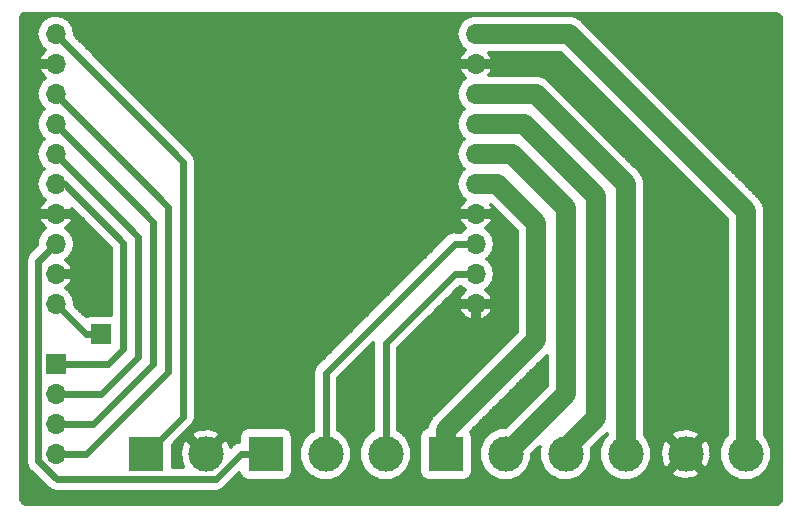
<source format=gbl>
G04 #@! TF.GenerationSoftware,KiCad,Pcbnew,5.0.2-bee76a0~70~ubuntu18.04.1*
G04 #@! TF.CreationDate,2019-03-29T20:37:00+01:00*
G04 #@! TF.ProjectId,TMC2660_mount,544d4332-3636-4305-9f6d-6f756e742e6b,rev?*
G04 #@! TF.SameCoordinates,PX48f7b77PY788f099*
G04 #@! TF.FileFunction,Copper,L2,Bot*
G04 #@! TF.FilePolarity,Positive*
%FSLAX46Y46*%
G04 Gerber Fmt 4.6, Leading zero omitted, Abs format (unit mm)*
G04 Created by KiCad (PCBNEW 5.0.2-bee76a0~70~ubuntu18.04.1) date 2019-03-29T20:37:00 CET*
%MOMM*%
%LPD*%
G01*
G04 APERTURE LIST*
G04 #@! TA.AperFunction,ComponentPad*
%ADD10O,1.700000X1.700000*%
G04 #@! TD*
G04 #@! TA.AperFunction,ComponentPad*
%ADD11R,1.700000X1.700000*%
G04 #@! TD*
G04 #@! TA.AperFunction,ComponentPad*
%ADD12C,3.000000*%
G04 #@! TD*
G04 #@! TA.AperFunction,ComponentPad*
%ADD13R,3.000000X3.000000*%
G04 #@! TD*
G04 #@! TA.AperFunction,Conductor*
%ADD14C,0.600000*%
G04 #@! TD*
G04 #@! TA.AperFunction,Conductor*
%ADD15C,1.700000*%
G04 #@! TD*
G04 #@! TA.AperFunction,Conductor*
%ADD16C,0.300000*%
G04 #@! TD*
%ADD17C,0.300000*%
G04 APERTURE END LIST*
D10*
G04 #@! TO.P,J4,4*
G04 #@! TO.N,/SDO*
X3810000Y5080000D03*
G04 #@! TO.P,J4,3*
G04 #@! TO.N,/SDI*
X3810000Y7620000D03*
G04 #@! TO.P,J4,2*
G04 #@! TO.N,/SCK*
X3810000Y10160000D03*
D11*
G04 #@! TO.P,J4,1*
G04 #@! TO.N,/CSn*
X3810000Y12700000D03*
G04 #@! TD*
D12*
G04 #@! TO.P,J3,6*
G04 #@! TO.N,/VS*
X62230000Y5080000D03*
G04 #@! TO.P,J3,5*
G04 #@! TO.N,GND*
X57150000Y5080000D03*
G04 #@! TO.P,J3,4*
G04 #@! TO.N,/A1*
X52070000Y5080000D03*
D13*
G04 #@! TO.P,J3,1*
G04 #@! TO.N,/B2*
X36830000Y5080000D03*
D12*
G04 #@! TO.P,J3,3*
G04 #@! TO.N,/A2*
X46990000Y5080000D03*
G04 #@! TO.P,J3,2*
G04 #@! TO.N,/B1*
X41910000Y5080000D03*
G04 #@! TD*
G04 #@! TO.P,J2,3*
G04 #@! TO.N,/DIR*
X31750000Y5080000D03*
G04 #@! TO.P,J2,2*
G04 #@! TO.N,/STEP*
X26670000Y5080000D03*
D13*
G04 #@! TO.P,J2,1*
G04 #@! TO.N,/DRV_ENn*
X21590000Y5080000D03*
G04 #@! TD*
D12*
G04 #@! TO.P,J1,2*
G04 #@! TO.N,GND*
X16510000Y5080000D03*
D13*
G04 #@! TO.P,J1,1*
G04 #@! TO.N,/VCC*
X11430000Y5080000D03*
G04 #@! TD*
D10*
G04 #@! TO.P,P1,1*
G04 #@! TO.N,/CSn*
X3810000Y27940000D03*
G04 #@! TO.P,P1,2*
G04 #@! TO.N,/SCK*
X3810000Y30480000D03*
G04 #@! TO.P,P1,3*
G04 #@! TO.N,/SDI*
X3810000Y33020000D03*
G04 #@! TO.P,P1,4*
G04 #@! TO.N,/SDO*
X3810000Y35560000D03*
G04 #@! TD*
G04 #@! TO.P,P2,1*
G04 #@! TO.N,/STEP*
X39370000Y22860000D03*
G04 #@! TO.P,P2,2*
G04 #@! TO.N,/DIR*
X39370000Y20320000D03*
G04 #@! TD*
G04 #@! TO.P,P3,4*
G04 #@! TO.N,GND*
X3810000Y25400000D03*
G04 #@! TO.P,P3,3*
G04 #@! TO.N,/DRV_ENn*
X3810000Y22860000D03*
G04 #@! TO.P,P3,2*
G04 #@! TO.N,GND*
X3810000Y20320000D03*
G04 #@! TO.P,P3,1*
G04 #@! TO.N,/SG_TST*
X3810000Y17780000D03*
G04 #@! TD*
G04 #@! TO.P,P4,1*
G04 #@! TO.N,GND*
X39370000Y17780000D03*
G04 #@! TD*
G04 #@! TO.P,P5,1*
G04 #@! TO.N,GND*
X39370000Y25400000D03*
G04 #@! TD*
G04 #@! TO.P,P6,2*
G04 #@! TO.N,/A1*
X39370000Y35560000D03*
G04 #@! TO.P,P6,1*
G04 #@! TO.N,/A2*
X39370000Y33020000D03*
G04 #@! TD*
G04 #@! TO.P,P7,1*
G04 #@! TO.N,/B2*
X39370000Y27940000D03*
G04 #@! TO.P,P7,2*
G04 #@! TO.N,/B1*
X39370000Y30480000D03*
G04 #@! TD*
G04 #@! TO.P,P8,1*
G04 #@! TO.N,GND*
X3810000Y38100000D03*
G04 #@! TO.P,P8,2*
G04 #@! TO.N,/VCC*
X3810000Y40640000D03*
G04 #@! TD*
G04 #@! TO.P,P9,2*
G04 #@! TO.N,/VS*
X39370000Y40640000D03*
G04 #@! TO.P,P9,1*
G04 #@! TO.N,GND*
X39370000Y38100000D03*
G04 #@! TD*
D11*
G04 #@! TO.P,J5,1*
G04 #@! TO.N,/SG_TST*
X7620000Y15240000D03*
G04 #@! TD*
D14*
G04 #@! TO.N,/VCC*
X14605000Y29845000D02*
X3810000Y40640000D01*
X11430000Y5080000D02*
X14605000Y8255000D01*
X14605000Y8255000D02*
X14605000Y29845000D01*
G04 #@! TO.N,/DIR*
X31750000Y14478000D02*
X31750000Y5080000D01*
X39370000Y20320000D02*
X37592000Y20320000D01*
X37592000Y20320000D02*
X31750000Y14478000D01*
G04 #@! TO.N,/STEP*
X37592000Y22860000D02*
X39370000Y22860000D01*
X26670000Y5080000D02*
X26670000Y11938000D01*
X26670000Y11938000D02*
X37592000Y22860000D01*
D15*
G04 #@! TO.N,/VS*
X39370000Y40640000D02*
X47244000Y40640000D01*
X47244000Y40640000D02*
X62230000Y25654000D01*
X62230000Y25654000D02*
X62230000Y5080000D01*
G04 #@! TO.N,/A1*
X52070000Y27940000D02*
X52070000Y5080000D01*
X39370000Y35560000D02*
X44450000Y35560000D01*
X44450000Y35560000D02*
X52070000Y27940000D01*
G04 #@! TO.N,/B2*
X44450000Y14732000D02*
X36830000Y7112000D01*
X44450000Y24638000D02*
X44450000Y14732000D01*
X39370000Y27940000D02*
X41148000Y27940000D01*
X36830000Y7112000D02*
X36830000Y5080000D01*
X41148000Y27940000D02*
X44450000Y24638000D01*
G04 #@! TO.N,/A2*
X46990000Y5588000D02*
X46990000Y5080000D01*
X49530000Y8128000D02*
X46990000Y5588000D01*
X49530000Y26924000D02*
X49530000Y8128000D01*
X39370000Y33020000D02*
X43434000Y33020000D01*
X43434000Y33020000D02*
X49530000Y26924000D01*
G04 #@! TO.N,/B1*
X46990000Y10160000D02*
X41910000Y5080000D01*
X46990000Y25908000D02*
X46990000Y10160000D01*
X39370000Y30480000D02*
X42418000Y30480000D01*
X42418000Y30480000D02*
X46990000Y25908000D01*
D14*
G04 #@! TO.N,/SDO*
X13335000Y26035000D02*
X3810000Y35560000D01*
X13335000Y12065000D02*
X13335000Y26035000D01*
X3810000Y5080000D02*
X6350000Y5080000D01*
X6350000Y5080000D02*
X13335000Y12065000D01*
G04 #@! TO.N,/SDI*
X6985000Y7620000D02*
X3810000Y7620000D01*
X12065000Y12700000D02*
X6985000Y7620000D01*
X3810000Y33020000D02*
X12065000Y24765000D01*
X12065000Y24765000D02*
X12065000Y12700000D01*
G04 #@! TO.N,/SCK*
X5012081Y10160000D02*
X3810000Y10160000D01*
X7620000Y10160000D02*
X5012081Y10160000D01*
X10795000Y13335000D02*
X7620000Y10160000D01*
X3810000Y30480000D02*
X10795000Y23495000D01*
X10795000Y23495000D02*
X10795000Y13335000D01*
G04 #@! TO.N,/CSn*
X8255000Y12700000D02*
X3810000Y12700000D01*
X9525000Y13970000D02*
X8255000Y12700000D01*
X4572000Y27940000D02*
X9525000Y22987000D01*
X9525000Y22987000D02*
X9525000Y13970000D01*
X3810000Y27940000D02*
X4572000Y27940000D01*
G04 #@! TO.N,/DRV_ENn*
X21590000Y5080000D02*
X19489700Y5080000D01*
X19489700Y5080000D02*
X17343800Y2934100D01*
X17343800Y2934100D02*
X3883200Y2934100D01*
X3883200Y2934100D02*
X2338800Y4478500D01*
X2338800Y4478500D02*
X2338800Y21388800D01*
X2338800Y21388800D02*
X3810000Y22860000D01*
G04 #@! TO.N,/SG_TST*
X6350000Y15240000D02*
X3810000Y17780000D01*
X7620000Y15240000D02*
X6350000Y15240000D01*
G04 #@! TD*
D16*
G04 #@! TO.N,GND*
X64905171Y42322000D02*
X1071867Y42322000D01*
X3006437Y42037000D02*
X858000Y42037000D01*
X38566437Y42037000D02*
X4613564Y42037000D01*
X65182001Y42037000D02*
X48047564Y42037000D01*
X2619091Y41752000D02*
X858000Y41752000D01*
X38179091Y41752000D02*
X5000910Y41752000D01*
X65182001Y41752000D02*
X48434910Y41752000D01*
X2428660Y41467000D02*
X858000Y41467000D01*
X37988660Y41467000D02*
X5191341Y41467000D01*
X65182001Y41467000D02*
X48691055Y41467000D01*
X2278309Y41182000D02*
X858000Y41182000D01*
X37838309Y41182000D02*
X5341692Y41182000D01*
X65182001Y41182000D02*
X48976055Y41182000D01*
X2221619Y40897000D02*
X858000Y40897000D01*
X37781619Y40897000D02*
X5398382Y40897000D01*
X65182001Y40897000D02*
X49261055Y40897000D01*
X2176067Y40612000D02*
X858000Y40612000D01*
X37736067Y40612000D02*
X5443932Y40612000D01*
X65182001Y40612000D02*
X49546055Y40612000D01*
X2232757Y40327000D02*
X858000Y40327000D01*
X37792757Y40327000D02*
X5619238Y40327000D01*
X65182001Y40327000D02*
X49831055Y40327000D01*
X2289447Y40042000D02*
X858000Y40042000D01*
X37849447Y40042000D02*
X5904238Y40042000D01*
X65182001Y40042000D02*
X50116055Y40042000D01*
X2466077Y39757000D02*
X858000Y39757000D01*
X38026077Y39757000D02*
X6189238Y39757000D01*
X65182001Y39757000D02*
X50401055Y39757000D01*
X2663713Y39472000D02*
X858000Y39472000D01*
X38223713Y39472000D02*
X6474238Y39472000D01*
X65182001Y39472000D02*
X50686055Y39472000D01*
X2780067Y39187000D02*
X858000Y39187000D01*
X38340067Y39187000D02*
X6759238Y39187000D01*
X65182001Y39187000D02*
X50971055Y39187000D01*
X2560957Y38902000D02*
X858000Y38902000D01*
X38120957Y38902000D02*
X7044238Y38902000D01*
X46707945Y38902000D02*
X40619044Y38902000D01*
X65182001Y38902000D02*
X51256055Y38902000D01*
X2395492Y38617000D02*
X858000Y38617000D01*
X37955492Y38617000D02*
X7329238Y38617000D01*
X46992945Y38617000D02*
X40784509Y38617000D01*
X65182001Y38617000D02*
X51541055Y38617000D01*
X4084000Y38332000D02*
X858000Y38332000D01*
X47277945Y38332000D02*
X7614238Y38332000D01*
X65182001Y38332000D02*
X51826055Y38332000D01*
X4084000Y38047000D02*
X858000Y38047000D01*
X47562945Y38047000D02*
X7899238Y38047000D01*
X65182001Y38047000D02*
X52111055Y38047000D01*
X2450763Y37762000D02*
X858000Y37762000D01*
X38010763Y37762000D02*
X8184238Y37762000D01*
X47847945Y37762000D02*
X40729238Y37762000D01*
X65182001Y37762000D02*
X52396055Y37762000D01*
X2439386Y37477000D02*
X858000Y37477000D01*
X37999386Y37477000D02*
X8469238Y37477000D01*
X48132945Y37477000D02*
X40740613Y37477000D01*
X65182001Y37477000D02*
X52681055Y37477000D01*
X2642449Y37192000D02*
X858000Y37192000D01*
X38202449Y37192000D02*
X8754238Y37192000D01*
X44412286Y37192000D02*
X40537550Y37192000D01*
X48417945Y37192000D02*
X44487715Y37192000D01*
X65182001Y37192000D02*
X52966055Y37192000D01*
X2917920Y36907000D02*
X858000Y36907000D01*
X38477920Y36907000D02*
X9039238Y36907000D01*
X48702945Y36907000D02*
X45328395Y36907000D01*
X65182001Y36907000D02*
X53251055Y36907000D01*
X2585682Y36622000D02*
X858000Y36622000D01*
X38145682Y36622000D02*
X9324238Y36622000D01*
X48987945Y36622000D02*
X45674319Y36622000D01*
X65182001Y36622000D02*
X53536055Y36622000D01*
X2395251Y36337000D02*
X858000Y36337000D01*
X37955251Y36337000D02*
X9609238Y36337000D01*
X49272945Y36337000D02*
X45947055Y36337000D01*
X65182001Y36337000D02*
X53821055Y36337000D01*
X2268364Y36052000D02*
X858000Y36052000D01*
X37828364Y36052000D02*
X9894238Y36052000D01*
X49557945Y36052000D02*
X46232055Y36052000D01*
X65182001Y36052000D02*
X54106055Y36052000D01*
X2211673Y35767000D02*
X858000Y35767000D01*
X37771673Y35767000D02*
X10179238Y35767000D01*
X49842945Y35767000D02*
X46517055Y35767000D01*
X65182001Y35767000D02*
X54391055Y35767000D01*
X2186013Y35482000D02*
X858000Y35482000D01*
X37746013Y35482000D02*
X10464238Y35482000D01*
X50127945Y35482000D02*
X46802055Y35482000D01*
X65182001Y35482000D02*
X54676055Y35482000D01*
X2242703Y35197000D02*
X858000Y35197000D01*
X37802703Y35197000D02*
X10749238Y35197000D01*
X50412945Y35197000D02*
X47087055Y35197000D01*
X65182001Y35197000D02*
X54961055Y35197000D01*
X2309055Y34912000D02*
X858000Y34912000D01*
X37869055Y34912000D02*
X11034238Y34912000D01*
X50697945Y34912000D02*
X47372055Y34912000D01*
X65182001Y34912000D02*
X55246055Y34912000D01*
X2499486Y34627000D02*
X858000Y34627000D01*
X38059486Y34627000D02*
X11319238Y34627000D01*
X50982945Y34627000D02*
X47657055Y34627000D01*
X65182001Y34627000D02*
X55531055Y34627000D01*
X2738543Y34342000D02*
X858000Y34342000D01*
X38298543Y34342000D02*
X11604238Y34342000D01*
X51267945Y34342000D02*
X47942055Y34342000D01*
X65182001Y34342000D02*
X55816055Y34342000D01*
X2568977Y34057000D02*
X858000Y34057000D01*
X38128977Y34057000D02*
X11889238Y34057000D01*
X51552945Y34057000D02*
X48227055Y34057000D01*
X65182001Y34057000D02*
X56101055Y34057000D01*
X2378547Y33772000D02*
X858000Y33772000D01*
X37938547Y33772000D02*
X12174238Y33772000D01*
X51837945Y33772000D02*
X48512055Y33772000D01*
X65182001Y33772000D02*
X56386055Y33772000D01*
X2263391Y33487000D02*
X858000Y33487000D01*
X37823391Y33487000D02*
X12459238Y33487000D01*
X52122945Y33487000D02*
X48797055Y33487000D01*
X65182001Y33487000D02*
X56671055Y33487000D01*
X2206701Y33202000D02*
X858000Y33202000D01*
X37766701Y33202000D02*
X12744238Y33202000D01*
X52407945Y33202000D02*
X49082055Y33202000D01*
X65182001Y33202000D02*
X56956055Y33202000D01*
X2190986Y32917000D02*
X858000Y32917000D01*
X37750986Y32917000D02*
X13029238Y32917000D01*
X52692945Y32917000D02*
X49367055Y32917000D01*
X65182001Y32917000D02*
X57241055Y32917000D01*
X2247676Y32632000D02*
X858000Y32632000D01*
X37807676Y32632000D02*
X13314238Y32632000D01*
X52977945Y32632000D02*
X49652055Y32632000D01*
X65182001Y32632000D02*
X57526055Y32632000D01*
X2325760Y32347000D02*
X858000Y32347000D01*
X37885760Y32347000D02*
X13599238Y32347000D01*
X53262945Y32347000D02*
X49937055Y32347000D01*
X65182001Y32347000D02*
X57811055Y32347000D01*
X2516190Y32062000D02*
X858000Y32062000D01*
X38076190Y32062000D02*
X13884238Y32062000D01*
X53547945Y32062000D02*
X50222055Y32062000D01*
X65182001Y32062000D02*
X58096055Y32062000D01*
X2775958Y31777000D02*
X858000Y31777000D01*
X38335958Y31777000D02*
X14169238Y31777000D01*
X53832945Y31777000D02*
X50507055Y31777000D01*
X65182001Y31777000D02*
X58381055Y31777000D01*
X2552273Y31492000D02*
X858000Y31492000D01*
X38112273Y31492000D02*
X14454238Y31492000D01*
X54117945Y31492000D02*
X50792055Y31492000D01*
X65182001Y31492000D02*
X58666055Y31492000D01*
X2361842Y31207000D02*
X858000Y31207000D01*
X37921842Y31207000D02*
X14739238Y31207000D01*
X54402945Y31207000D02*
X51077055Y31207000D01*
X65182001Y31207000D02*
X58951055Y31207000D01*
X2258418Y30922000D02*
X858000Y30922000D01*
X37818418Y30922000D02*
X15024238Y30922000D01*
X54687945Y30922000D02*
X51362055Y30922000D01*
X65182001Y30922000D02*
X59236055Y30922000D01*
X2201728Y30637000D02*
X858000Y30637000D01*
X37761728Y30637000D02*
X15324037Y30637000D01*
X54972945Y30637000D02*
X51647055Y30637000D01*
X65182001Y30637000D02*
X59521055Y30637000D01*
X2195958Y30352000D02*
X858000Y30352000D01*
X37755958Y30352000D02*
X15538679Y30352000D01*
X55257945Y30352000D02*
X51932055Y30352000D01*
X65182001Y30352000D02*
X59806055Y30352000D01*
X2252649Y30067000D02*
X858000Y30067000D01*
X37812649Y30067000D02*
X15639569Y30067000D01*
X55542945Y30067000D02*
X52217055Y30067000D01*
X65182001Y30067000D02*
X60091055Y30067000D01*
X2342464Y29782000D02*
X858000Y29782000D01*
X37902464Y29782000D02*
X15671194Y29782000D01*
X55827945Y29782000D02*
X52502055Y29782000D01*
X65182001Y29782000D02*
X60376055Y29782000D01*
X2532895Y29497000D02*
X858000Y29497000D01*
X38092895Y29497000D02*
X15663000Y29497000D01*
X56112945Y29497000D02*
X52787055Y29497000D01*
X65182001Y29497000D02*
X60661055Y29497000D01*
X2813373Y29212000D02*
X858000Y29212000D01*
X38373373Y29212000D02*
X15663000Y29212000D01*
X56397945Y29212000D02*
X53072055Y29212000D01*
X65182001Y29212000D02*
X60946055Y29212000D01*
X2535568Y28927000D02*
X858000Y28927000D01*
X38095568Y28927000D02*
X15663000Y28927000D01*
X56682945Y28927000D02*
X53344433Y28927000D01*
X65182001Y28927000D02*
X61231055Y28927000D01*
X2345138Y28642000D02*
X858000Y28642000D01*
X37905138Y28642000D02*
X15663000Y28642000D01*
X56967945Y28642000D02*
X53534863Y28642000D01*
X65182001Y28642000D02*
X61516055Y28642000D01*
X2253445Y28357000D02*
X858000Y28357000D01*
X37813445Y28357000D02*
X15663000Y28357000D01*
X57252945Y28357000D02*
X53626556Y28357000D01*
X65182001Y28357000D02*
X61801055Y28357000D01*
X2196755Y28072000D02*
X858000Y28072000D01*
X37756755Y28072000D02*
X15663000Y28072000D01*
X57537945Y28072000D02*
X53683245Y28072000D01*
X65182001Y28072000D02*
X62086055Y28072000D01*
X2200931Y27787000D02*
X858000Y27787000D01*
X37760931Y27787000D02*
X15663000Y27787000D01*
X57822945Y27787000D02*
X53679067Y27787000D01*
X65182001Y27787000D02*
X62371055Y27787000D01*
X2257621Y27502000D02*
X858000Y27502000D01*
X37817621Y27502000D02*
X15663000Y27502000D01*
X58107945Y27502000D02*
X53678000Y27502000D01*
X65182001Y27502000D02*
X62656055Y27502000D01*
X2359169Y27217000D02*
X858000Y27217000D01*
X37919169Y27217000D02*
X15663000Y27217000D01*
X58392945Y27217000D02*
X53678000Y27217000D01*
X65182001Y27217000D02*
X62941055Y27217000D01*
X2549599Y26932000D02*
X858000Y26932000D01*
X38109599Y26932000D02*
X15663000Y26932000D01*
X58677945Y26932000D02*
X53678000Y26932000D01*
X65182001Y26932000D02*
X63226055Y26932000D01*
X2850789Y26647000D02*
X858000Y26647000D01*
X38410789Y26647000D02*
X15663000Y26647000D01*
X58962945Y26647000D02*
X53678000Y26647000D01*
X65182001Y26647000D02*
X63500423Y26647000D01*
X2683966Y26362000D02*
X858000Y26362000D01*
X38243966Y26362000D02*
X15663000Y26362000D01*
X59247945Y26362000D02*
X53678000Y26362000D01*
X65182001Y26362000D02*
X63690854Y26362000D01*
X2464857Y26077000D02*
X858000Y26077000D01*
X38024857Y26077000D02*
X15663000Y26077000D01*
X40736945Y26077000D02*
X40715144Y26077000D01*
X59532945Y26077000D02*
X53678000Y26077000D01*
X65182001Y26077000D02*
X63785362Y26077000D01*
X2425070Y25792000D02*
X858000Y25792000D01*
X5223762Y25792000D02*
X5194930Y25792000D01*
X37985070Y25792000D02*
X15663000Y25792000D01*
X41021945Y25792000D02*
X40754929Y25792000D01*
X59817945Y25792000D02*
X53678000Y25792000D01*
X65182001Y25792000D02*
X63842052Y25792000D01*
X5508762Y25507000D02*
X858000Y25507000D01*
X41306945Y25507000D02*
X15663000Y25507000D01*
X60102945Y25507000D02*
X53678000Y25507000D01*
X65182001Y25507000D02*
X63840260Y25507000D01*
X5793762Y25222000D02*
X858000Y25222000D01*
X41591945Y25222000D02*
X15663000Y25222000D01*
X60387945Y25222000D02*
X53678000Y25222000D01*
X65182001Y25222000D02*
X63838000Y25222000D01*
X2391289Y24937000D02*
X858000Y24937000D01*
X6078762Y24937000D02*
X5228712Y24937000D01*
X37951289Y24937000D02*
X15663000Y24937000D01*
X41876945Y24937000D02*
X40788712Y24937000D01*
X60622000Y24937000D02*
X53678000Y24937000D01*
X65182001Y24937000D02*
X63838000Y24937000D01*
X2519441Y24652000D02*
X858000Y24652000D01*
X6363762Y24652000D02*
X5100558Y24652000D01*
X38079441Y24652000D02*
X15663000Y24652000D01*
X42161945Y24652000D02*
X40660558Y24652000D01*
X60622000Y24652000D02*
X53678000Y24652000D01*
X65182001Y24652000D02*
X63838000Y24652000D01*
X2738550Y24367000D02*
X858000Y24367000D01*
X6648762Y24367000D02*
X4881449Y24367000D01*
X38298550Y24367000D02*
X15663000Y24367000D01*
X42446945Y24367000D02*
X40441449Y24367000D01*
X60622000Y24367000D02*
X53678000Y24367000D01*
X65182001Y24367000D02*
X63838000Y24367000D01*
X2744531Y24082000D02*
X858000Y24082000D01*
X6933762Y24082000D02*
X4875470Y24082000D01*
X38304531Y24082000D02*
X15663000Y24082000D01*
X42731945Y24082000D02*
X40435470Y24082000D01*
X60622000Y24082000D02*
X53678000Y24082000D01*
X65182001Y24082000D02*
X63838000Y24082000D01*
X2502160Y23797000D02*
X858000Y23797000D01*
X7218762Y23797000D02*
X5117841Y23797000D01*
X37089971Y23797000D02*
X15663000Y23797000D01*
X42842000Y23797000D02*
X40677841Y23797000D01*
X60622000Y23797000D02*
X53678000Y23797000D01*
X65182001Y23797000D02*
X63838000Y23797000D01*
X2311729Y23512000D02*
X858000Y23512000D01*
X7503762Y23512000D02*
X5308272Y23512000D01*
X36747763Y23512000D02*
X15663000Y23512000D01*
X42842000Y23512000D02*
X40868272Y23512000D01*
X60622000Y23512000D02*
X53678000Y23512000D01*
X65182001Y23512000D02*
X63838000Y23512000D01*
X2243500Y23227000D02*
X858000Y23227000D01*
X7788762Y23227000D02*
X5376501Y23227000D01*
X36462763Y23227000D02*
X15663000Y23227000D01*
X42842000Y23227000D02*
X40936501Y23227000D01*
X60622000Y23227000D02*
X53678000Y23227000D01*
X65182001Y23227000D02*
X63838000Y23227000D01*
X2186809Y22942000D02*
X858000Y22942000D01*
X8073762Y22942000D02*
X5433192Y22942000D01*
X36177763Y22942000D02*
X15663000Y22942000D01*
X42842000Y22942000D02*
X40993192Y22942000D01*
X60622000Y22942000D02*
X53678000Y22942000D01*
X65182001Y22942000D02*
X63838000Y22942000D01*
X2110763Y22657000D02*
X858000Y22657000D01*
X8358762Y22657000D02*
X5409122Y22657000D01*
X35892763Y22657000D02*
X15663000Y22657000D01*
X42842000Y22657000D02*
X40969122Y22657000D01*
X60622000Y22657000D02*
X53678000Y22657000D01*
X65182001Y22657000D02*
X63838000Y22657000D01*
X1825763Y22372000D02*
X858000Y22372000D01*
X8467000Y22372000D02*
X5352432Y22372000D01*
X35607763Y22372000D02*
X15663000Y22372000D01*
X42842000Y22372000D02*
X40912432Y22372000D01*
X60622000Y22372000D02*
X53678000Y22372000D01*
X65182001Y22372000D02*
X63838000Y22372000D01*
X1532879Y22087000D02*
X858000Y22087000D01*
X8467000Y22087000D02*
X5227422Y22087000D01*
X35322763Y22087000D02*
X15663000Y22087000D01*
X42842000Y22087000D02*
X40787422Y22087000D01*
X60622000Y22087000D02*
X53678000Y22087000D01*
X65182001Y22087000D02*
X63838000Y22087000D01*
X1342447Y21802000D02*
X858000Y21802000D01*
X8467000Y21802000D02*
X5036991Y21802000D01*
X35037763Y21802000D02*
X15663000Y21802000D01*
X42842000Y21802000D02*
X40596991Y21802000D01*
X60622000Y21802000D02*
X53678000Y21802000D01*
X65182001Y21802000D02*
X63838000Y21802000D01*
X1285575Y21517000D02*
X858000Y21517000D01*
X8467000Y21517000D02*
X4695137Y21517000D01*
X34752763Y21517000D02*
X15663000Y21517000D01*
X42842000Y21517000D02*
X40472886Y21517000D01*
X60622000Y21517000D02*
X53678000Y21517000D01*
X65182001Y21517000D02*
X63838000Y21517000D01*
X1280801Y21232000D02*
X858000Y21232000D01*
X8467000Y21232000D02*
X4974475Y21232000D01*
X34467763Y21232000D02*
X15663000Y21232000D01*
X42842000Y21232000D02*
X40694546Y21232000D01*
X60622000Y21232000D02*
X53678000Y21232000D01*
X65182001Y21232000D02*
X63838000Y21232000D01*
X1280801Y20947000D02*
X858000Y20947000D01*
X8467000Y20947000D02*
X5178958Y20947000D01*
X34182763Y20947000D02*
X15663000Y20947000D01*
X42842000Y20947000D02*
X40884784Y20947000D01*
X60622000Y20947000D02*
X53678000Y20947000D01*
X65182001Y20947000D02*
X63838000Y20947000D01*
X1280801Y20662000D02*
X858000Y20662000D01*
X8467000Y20662000D02*
X5171140Y20662000D01*
X33897763Y20662000D02*
X15663000Y20662000D01*
X42842000Y20662000D02*
X40941474Y20662000D01*
X60622000Y20662000D02*
X53678000Y20662000D01*
X65182001Y20662000D02*
X63838000Y20662000D01*
X1280801Y20377000D02*
X858000Y20377000D01*
X8467000Y20377000D02*
X3536000Y20377000D01*
X33612763Y20377000D02*
X15663000Y20377000D01*
X42842000Y20377000D02*
X40998164Y20377000D01*
X60622000Y20377000D02*
X53678000Y20377000D01*
X65182001Y20377000D02*
X63838000Y20377000D01*
X1280801Y20092000D02*
X858000Y20092000D01*
X8467000Y20092000D02*
X3536000Y20092000D01*
X33327763Y20092000D02*
X15663000Y20092000D01*
X42842000Y20092000D02*
X40964149Y20092000D01*
X60622000Y20092000D02*
X53678000Y20092000D01*
X65182001Y20092000D02*
X63838000Y20092000D01*
X1280801Y19807000D02*
X858000Y19807000D01*
X8467000Y19807000D02*
X5226165Y19807000D01*
X33042763Y19807000D02*
X15663000Y19807000D01*
X42842000Y19807000D02*
X40907459Y19807000D01*
X60622000Y19807000D02*
X53678000Y19807000D01*
X65182001Y19807000D02*
X63838000Y19807000D01*
X1280801Y19522000D02*
X858000Y19522000D01*
X8467000Y19522000D02*
X5062118Y19522000D01*
X32757763Y19522000D02*
X15663000Y19522000D01*
X42842000Y19522000D02*
X40770717Y19522000D01*
X60622000Y19522000D02*
X53678000Y19522000D01*
X65182001Y19522000D02*
X63838000Y19522000D01*
X1280801Y19237000D02*
X858000Y19237000D01*
X8467000Y19237000D02*
X4843009Y19237000D01*
X32472763Y19237000D02*
X15663000Y19237000D01*
X38159713Y19237000D02*
X38005237Y19237000D01*
X42842000Y19237000D02*
X40580286Y19237000D01*
X60622000Y19237000D02*
X53678000Y19237000D01*
X65182001Y19237000D02*
X63838000Y19237000D01*
X1280801Y18952000D02*
X858000Y18952000D01*
X8467000Y18952000D02*
X4950301Y18952000D01*
X32187763Y18952000D02*
X15663000Y18952000D01*
X38441470Y18952000D02*
X37720237Y18952000D01*
X42842000Y18952000D02*
X40298531Y18952000D01*
X60622000Y18952000D02*
X53678000Y18952000D01*
X65182001Y18952000D02*
X63838000Y18952000D01*
X1280801Y18667000D02*
X858000Y18667000D01*
X8467000Y18667000D02*
X5151250Y18667000D01*
X31902763Y18667000D02*
X15663000Y18667000D01*
X38186306Y18667000D02*
X37435237Y18667000D01*
X42842000Y18667000D02*
X40553695Y18667000D01*
X60622000Y18667000D02*
X53678000Y18667000D01*
X65182001Y18667000D02*
X63838000Y18667000D01*
X1280801Y18382000D02*
X858000Y18382000D01*
X8467000Y18382000D02*
X5329757Y18382000D01*
X31617763Y18382000D02*
X15663000Y18382000D01*
X37990691Y18382000D02*
X37150237Y18382000D01*
X42842000Y18382000D02*
X40749310Y18382000D01*
X60622000Y18382000D02*
X53678000Y18382000D01*
X65182001Y18382000D02*
X63838000Y18382000D01*
X1280801Y18097000D02*
X858000Y18097000D01*
X8467000Y18097000D02*
X5386447Y18097000D01*
X31332763Y18097000D02*
X15663000Y18097000D01*
X38020754Y18097000D02*
X36865237Y18097000D01*
X42842000Y18097000D02*
X40719245Y18097000D01*
X60622000Y18097000D02*
X53678000Y18097000D01*
X65182001Y18097000D02*
X63838000Y18097000D01*
X1280801Y17812000D02*
X858000Y17812000D01*
X8467000Y17812000D02*
X5443137Y17812000D01*
X31047763Y17812000D02*
X15663000Y17812000D01*
X42842000Y17812000D02*
X36580237Y17812000D01*
X60622000Y17812000D02*
X53678000Y17812000D01*
X65182001Y17812000D02*
X63838000Y17812000D01*
X1280801Y17527000D02*
X858000Y17527000D01*
X8467000Y17527000D02*
X5559238Y17527000D01*
X30762763Y17527000D02*
X15663000Y17527000D01*
X42842000Y17527000D02*
X36295237Y17527000D01*
X60622000Y17527000D02*
X53678000Y17527000D01*
X65182001Y17527000D02*
X63838000Y17527000D01*
X1280801Y17242000D02*
X858000Y17242000D01*
X8467000Y17242000D02*
X5844238Y17242000D01*
X30477763Y17242000D02*
X15663000Y17242000D01*
X37964187Y17242000D02*
X36010237Y17242000D01*
X39624000Y17242000D02*
X39116000Y17242000D01*
X42842000Y17242000D02*
X40775812Y17242000D01*
X60622000Y17242000D02*
X53678000Y17242000D01*
X65182001Y17242000D02*
X63838000Y17242000D01*
X1280801Y16957000D02*
X858000Y16957000D01*
X8467000Y16957000D02*
X6129238Y16957000D01*
X30192763Y16957000D02*
X15663000Y16957000D01*
X38137101Y16957000D02*
X35725237Y16957000D01*
X39624000Y16957000D02*
X39116000Y16957000D01*
X42842000Y16957000D02*
X40602898Y16957000D01*
X60622000Y16957000D02*
X53678000Y16957000D01*
X65182001Y16957000D02*
X63838000Y16957000D01*
X1280801Y16672000D02*
X858000Y16672000D01*
X29907763Y16672000D02*
X15663000Y16672000D01*
X38356210Y16672000D02*
X35440237Y16672000D01*
X39624000Y16672000D02*
X39116000Y16672000D01*
X42842000Y16672000D02*
X40383789Y16672000D01*
X60622000Y16672000D02*
X53678000Y16672000D01*
X65182001Y16672000D02*
X63838000Y16672000D01*
X1280801Y16387000D02*
X858000Y16387000D01*
X29622763Y16387000D02*
X15663000Y16387000D01*
X38825076Y16387000D02*
X35155237Y16387000D01*
X39777045Y16387000D02*
X38962954Y16387000D01*
X42842000Y16387000D02*
X39914923Y16387000D01*
X60622000Y16387000D02*
X53678000Y16387000D01*
X65182001Y16387000D02*
X63838000Y16387000D01*
X1280801Y16102000D02*
X858000Y16102000D01*
X29337763Y16102000D02*
X15663000Y16102000D01*
X42842000Y16102000D02*
X34870237Y16102000D01*
X60622000Y16102000D02*
X53678000Y16102000D01*
X65182001Y16102000D02*
X63838000Y16102000D01*
X1280801Y15817000D02*
X858000Y15817000D01*
X29052763Y15817000D02*
X15663000Y15817000D01*
X42842000Y15817000D02*
X34585237Y15817000D01*
X60622000Y15817000D02*
X53678000Y15817000D01*
X65182001Y15817000D02*
X63838000Y15817000D01*
X1280801Y15532000D02*
X858000Y15532000D01*
X28767763Y15532000D02*
X15663000Y15532000D01*
X42842000Y15532000D02*
X34300237Y15532000D01*
X60622000Y15532000D02*
X53678000Y15532000D01*
X65182001Y15532000D02*
X63838000Y15532000D01*
X1280801Y15247000D02*
X858000Y15247000D01*
X28482763Y15247000D02*
X15663000Y15247000D01*
X42690946Y15247000D02*
X34015237Y15247000D01*
X60622000Y15247000D02*
X53678000Y15247000D01*
X65182001Y15247000D02*
X63838000Y15247000D01*
X1280801Y14962000D02*
X858000Y14962000D01*
X28197763Y14962000D02*
X15663000Y14962000D01*
X42405946Y14962000D02*
X33730237Y14962000D01*
X60622000Y14962000D02*
X53678000Y14962000D01*
X65182001Y14962000D02*
X63838000Y14962000D01*
X1280801Y14677000D02*
X858000Y14677000D01*
X27912763Y14677000D02*
X15663000Y14677000D01*
X42120946Y14677000D02*
X33445237Y14677000D01*
X60622000Y14677000D02*
X53678000Y14677000D01*
X65182001Y14677000D02*
X63838000Y14677000D01*
X1280801Y14392000D02*
X858000Y14392000D01*
X27627763Y14392000D02*
X15663000Y14392000D01*
X30688380Y14392000D02*
X30620237Y14392000D01*
X41835946Y14392000D02*
X33160237Y14392000D01*
X60622000Y14392000D02*
X53678000Y14392000D01*
X65182001Y14392000D02*
X63838000Y14392000D01*
X1280801Y14107000D02*
X858000Y14107000D01*
X27342763Y14107000D02*
X15663000Y14107000D01*
X30692000Y14107000D02*
X30335237Y14107000D01*
X41550946Y14107000D02*
X32875237Y14107000D01*
X60622000Y14107000D02*
X53678000Y14107000D01*
X65182001Y14107000D02*
X63838000Y14107000D01*
X1280801Y13822000D02*
X858000Y13822000D01*
X27057763Y13822000D02*
X15663000Y13822000D01*
X30692000Y13822000D02*
X30050237Y13822000D01*
X41265946Y13822000D02*
X32808000Y13822000D01*
X60622000Y13822000D02*
X53678000Y13822000D01*
X65182001Y13822000D02*
X63838000Y13822000D01*
X1280801Y13537000D02*
X858000Y13537000D01*
X26772763Y13537000D02*
X15663000Y13537000D01*
X30692000Y13537000D02*
X29765237Y13537000D01*
X40980946Y13537000D02*
X32808000Y13537000D01*
X60622000Y13537000D02*
X53678000Y13537000D01*
X65182001Y13537000D02*
X63838000Y13537000D01*
X1280801Y13252000D02*
X858000Y13252000D01*
X26487763Y13252000D02*
X15663000Y13252000D01*
X30692000Y13252000D02*
X29480237Y13252000D01*
X40695946Y13252000D02*
X32808000Y13252000D01*
X45382001Y13252000D02*
X45244054Y13252000D01*
X60622000Y13252000D02*
X53678000Y13252000D01*
X65182001Y13252000D02*
X63838000Y13252000D01*
X1280801Y12967000D02*
X858000Y12967000D01*
X26202763Y12967000D02*
X15663000Y12967000D01*
X30692000Y12967000D02*
X29195237Y12967000D01*
X40410946Y12967000D02*
X32808000Y12967000D01*
X45382001Y12967000D02*
X44959054Y12967000D01*
X60622000Y12967000D02*
X53678000Y12967000D01*
X65182001Y12967000D02*
X63838000Y12967000D01*
X1280801Y12682000D02*
X858000Y12682000D01*
X25894681Y12682000D02*
X15663000Y12682000D01*
X30692000Y12682000D02*
X28910237Y12682000D01*
X40125946Y12682000D02*
X32808000Y12682000D01*
X45382001Y12682000D02*
X44674054Y12682000D01*
X60622000Y12682000D02*
X53678000Y12682000D01*
X65182001Y12682000D02*
X63838000Y12682000D01*
X1280801Y12397000D02*
X858000Y12397000D01*
X25704250Y12397000D02*
X15663000Y12397000D01*
X30692000Y12397000D02*
X28625237Y12397000D01*
X39840946Y12397000D02*
X32808000Y12397000D01*
X45382001Y12397000D02*
X44389054Y12397000D01*
X60622000Y12397000D02*
X53678000Y12397000D01*
X65182001Y12397000D02*
X63838000Y12397000D01*
X1280801Y12112000D02*
X858000Y12112000D01*
X25625885Y12112000D02*
X15663000Y12112000D01*
X30692000Y12112000D02*
X28340237Y12112000D01*
X39555946Y12112000D02*
X32808000Y12112000D01*
X45382001Y12112000D02*
X44104054Y12112000D01*
X60622000Y12112000D02*
X53678000Y12112000D01*
X65182001Y12112000D02*
X63838000Y12112000D01*
X1280801Y11827000D02*
X858000Y11827000D01*
X25612001Y11827000D02*
X15663000Y11827000D01*
X30692000Y11827000D02*
X28055237Y11827000D01*
X39270946Y11827000D02*
X32808000Y11827000D01*
X45382001Y11827000D02*
X43819054Y11827000D01*
X60622000Y11827000D02*
X53678000Y11827000D01*
X65182001Y11827000D02*
X63838000Y11827000D01*
X1280801Y11542000D02*
X858000Y11542000D01*
X25612001Y11542000D02*
X15663000Y11542000D01*
X30692000Y11542000D02*
X27770237Y11542000D01*
X38985946Y11542000D02*
X32808000Y11542000D01*
X45382001Y11542000D02*
X43534054Y11542000D01*
X60622000Y11542000D02*
X53678000Y11542000D01*
X65182001Y11542000D02*
X63838000Y11542000D01*
X1280801Y11257000D02*
X858000Y11257000D01*
X25612001Y11257000D02*
X15663000Y11257000D01*
X30692000Y11257000D02*
X27728000Y11257000D01*
X38700946Y11257000D02*
X32808000Y11257000D01*
X45382001Y11257000D02*
X43249054Y11257000D01*
X60622000Y11257000D02*
X53678000Y11257000D01*
X65182001Y11257000D02*
X63838000Y11257000D01*
X1280801Y10972000D02*
X858000Y10972000D01*
X25612001Y10972000D02*
X15663000Y10972000D01*
X30692000Y10972000D02*
X27728000Y10972000D01*
X38415946Y10972000D02*
X32808000Y10972000D01*
X45382001Y10972000D02*
X42964054Y10972000D01*
X60622000Y10972000D02*
X53678000Y10972000D01*
X65182001Y10972000D02*
X63838000Y10972000D01*
X1280801Y10687000D02*
X858000Y10687000D01*
X25612001Y10687000D02*
X15663000Y10687000D01*
X30692000Y10687000D02*
X27728000Y10687000D01*
X38130946Y10687000D02*
X32808000Y10687000D01*
X45242946Y10687000D02*
X42679054Y10687000D01*
X60622000Y10687000D02*
X53678000Y10687000D01*
X65182001Y10687000D02*
X63838000Y10687000D01*
X1280801Y10402000D02*
X858000Y10402000D01*
X25612001Y10402000D02*
X15663000Y10402000D01*
X30692000Y10402000D02*
X27728000Y10402000D01*
X37845946Y10402000D02*
X32808000Y10402000D01*
X44957946Y10402000D02*
X42394054Y10402000D01*
X60622000Y10402000D02*
X53678000Y10402000D01*
X65182001Y10402000D02*
X63838000Y10402000D01*
X1280801Y10117000D02*
X858000Y10117000D01*
X25612001Y10117000D02*
X15663000Y10117000D01*
X30692000Y10117000D02*
X27728000Y10117000D01*
X37560946Y10117000D02*
X32808000Y10117000D01*
X44672946Y10117000D02*
X42109054Y10117000D01*
X60622000Y10117000D02*
X53678000Y10117000D01*
X65182001Y10117000D02*
X63838000Y10117000D01*
X1280801Y9832000D02*
X858000Y9832000D01*
X25612001Y9832000D02*
X15663000Y9832000D01*
X30692000Y9832000D02*
X27728000Y9832000D01*
X37275946Y9832000D02*
X32808000Y9832000D01*
X44387946Y9832000D02*
X41824054Y9832000D01*
X60622000Y9832000D02*
X53678000Y9832000D01*
X65182001Y9832000D02*
X63838000Y9832000D01*
X1280801Y9547000D02*
X858000Y9547000D01*
X25612001Y9547000D02*
X15663000Y9547000D01*
X30692000Y9547000D02*
X27728000Y9547000D01*
X36990946Y9547000D02*
X32808000Y9547000D01*
X44102946Y9547000D02*
X41539054Y9547000D01*
X60622000Y9547000D02*
X53678000Y9547000D01*
X65182001Y9547000D02*
X63838000Y9547000D01*
X1280801Y9262000D02*
X858000Y9262000D01*
X25612001Y9262000D02*
X15663000Y9262000D01*
X30692000Y9262000D02*
X27728000Y9262000D01*
X36705946Y9262000D02*
X32808000Y9262000D01*
X43817946Y9262000D02*
X41254054Y9262000D01*
X60622000Y9262000D02*
X53678000Y9262000D01*
X65182001Y9262000D02*
X63838000Y9262000D01*
X1280801Y8977000D02*
X858000Y8977000D01*
X25612001Y8977000D02*
X15663000Y8977000D01*
X30692000Y8977000D02*
X27728000Y8977000D01*
X36420946Y8977000D02*
X32808000Y8977000D01*
X43532946Y8977000D02*
X40969054Y8977000D01*
X60622000Y8977000D02*
X53678000Y8977000D01*
X65182001Y8977000D02*
X63838000Y8977000D01*
X1280801Y8692000D02*
X858000Y8692000D01*
X25612001Y8692000D02*
X15663000Y8692000D01*
X30692000Y8692000D02*
X27728000Y8692000D01*
X36135946Y8692000D02*
X32808000Y8692000D01*
X43247946Y8692000D02*
X40684054Y8692000D01*
X60622000Y8692000D02*
X53678000Y8692000D01*
X65182001Y8692000D02*
X63838000Y8692000D01*
X1280801Y8407000D02*
X858000Y8407000D01*
X25612001Y8407000D02*
X15663000Y8407000D01*
X30692000Y8407000D02*
X27728000Y8407000D01*
X35850946Y8407000D02*
X32808000Y8407000D01*
X42962946Y8407000D02*
X40399054Y8407000D01*
X60622000Y8407000D02*
X53678000Y8407000D01*
X65182001Y8407000D02*
X63838000Y8407000D01*
X1280801Y8122000D02*
X858000Y8122000D01*
X25612001Y8122000D02*
X15657271Y8122000D01*
X30692000Y8122000D02*
X27728000Y8122000D01*
X35570937Y8122000D02*
X32808000Y8122000D01*
X42677946Y8122000D02*
X40114054Y8122000D01*
X60622000Y8122000D02*
X53678000Y8122000D01*
X65182001Y8122000D02*
X63838000Y8122000D01*
X1280801Y7837000D02*
X858000Y7837000D01*
X25612001Y7837000D02*
X15598146Y7837000D01*
X30692000Y7837000D02*
X27728000Y7837000D01*
X35380506Y7837000D02*
X32808000Y7837000D01*
X42392946Y7837000D02*
X39829054Y7837000D01*
X60622000Y7837000D02*
X53678000Y7837000D01*
X65182001Y7837000D02*
X63838000Y7837000D01*
X1280801Y7552000D02*
X858000Y7552000D01*
X25612001Y7552000D02*
X15407715Y7552000D01*
X30692000Y7552000D02*
X27728000Y7552000D01*
X35278020Y7552000D02*
X32808000Y7552000D01*
X42107946Y7552000D02*
X39544054Y7552000D01*
X60622000Y7552000D02*
X53678000Y7552000D01*
X65182001Y7552000D02*
X63838000Y7552000D01*
X1280801Y7267000D02*
X858000Y7267000D01*
X19753805Y7267000D02*
X15113237Y7267000D01*
X25612001Y7267000D02*
X23426196Y7267000D01*
X30692000Y7267000D02*
X27728000Y7267000D01*
X34993805Y7267000D02*
X32808000Y7267000D01*
X41289447Y7267000D02*
X39259054Y7267000D01*
X60622000Y7267000D02*
X53678000Y7267000D01*
X65182001Y7267000D02*
X63838000Y7267000D01*
X1280801Y6982000D02*
X858000Y6982000D01*
X15422382Y6982000D02*
X14828237Y6982000D01*
X19446970Y6982000D02*
X17597619Y6982000D01*
X25378706Y6982000D02*
X23733031Y6982000D01*
X30458706Y6982000D02*
X27961294Y6982000D01*
X34686970Y6982000D02*
X33041294Y6982000D01*
X40618706Y6982000D02*
X38974054Y6982000D01*
X56062382Y6982000D02*
X53678000Y6982000D01*
X60622000Y6982000D02*
X58237619Y6982000D01*
X65182001Y6982000D02*
X63838000Y6982000D01*
X1280801Y6697000D02*
X858000Y6697000D01*
X15266341Y6697000D02*
X14543237Y6697000D01*
X19340423Y6697000D02*
X17753660Y6697000D01*
X25093706Y6697000D02*
X23839578Y6697000D01*
X30173706Y6697000D02*
X28246294Y6697000D01*
X34580423Y6697000D02*
X33326294Y6697000D01*
X40333706Y6697000D02*
X39079578Y6697000D01*
X50462001Y6697000D02*
X50373055Y6697000D01*
X55906341Y6697000D02*
X53678000Y6697000D01*
X60622000Y6697000D02*
X58393660Y6697000D01*
X65182001Y6697000D02*
X63838000Y6697000D01*
X1280801Y6412000D02*
X858000Y6412000D01*
X15537210Y6412000D02*
X14258237Y6412000D01*
X19317150Y6412000D02*
X17482790Y6412000D01*
X24808706Y6412000D02*
X23862850Y6412000D01*
X29888706Y6412000D02*
X28531294Y6412000D01*
X34557150Y6412000D02*
X33611294Y6412000D01*
X40048706Y6412000D02*
X39102850Y6412000D01*
X50208706Y6412000D02*
X50088055Y6412000D01*
X56177210Y6412000D02*
X53931294Y6412000D01*
X60368706Y6412000D02*
X58122790Y6412000D01*
X65182001Y6412000D02*
X64091294Y6412000D01*
X1280801Y6127000D02*
X858000Y6127000D01*
X14582019Y6127000D02*
X13973237Y6127000D01*
X15822210Y6127000D02*
X15103790Y6127000D01*
X17916210Y6127000D02*
X17197790Y6127000D01*
X19317150Y6127000D02*
X18440779Y6127000D01*
X24659641Y6127000D02*
X23862850Y6127000D01*
X29739641Y6127000D02*
X28680360Y6127000D01*
X34557150Y6127000D02*
X33760360Y6127000D01*
X39899641Y6127000D02*
X39102850Y6127000D01*
X50059641Y6127000D02*
X49803055Y6127000D01*
X55222019Y6127000D02*
X54080360Y6127000D01*
X56462210Y6127000D02*
X55743790Y6127000D01*
X58556210Y6127000D02*
X57837790Y6127000D01*
X60219641Y6127000D02*
X59080779Y6127000D01*
X65182001Y6127000D02*
X64240360Y6127000D01*
X1280801Y5842000D02*
X858000Y5842000D01*
X14488750Y5842000D02*
X13702850Y5842000D01*
X16107210Y5842000D02*
X15388790Y5842000D01*
X17631210Y5842000D02*
X16912790Y5842000D01*
X18726408Y5842000D02*
X18558830Y5842000D01*
X24541590Y5842000D02*
X23862850Y5842000D01*
X29621590Y5842000D02*
X28798411Y5842000D01*
X34557150Y5842000D02*
X33878411Y5842000D01*
X39781590Y5842000D02*
X39102850Y5842000D01*
X49941590Y5842000D02*
X49518055Y5842000D01*
X55128750Y5842000D02*
X54198411Y5842000D01*
X56747210Y5842000D02*
X56028790Y5842000D01*
X58271210Y5842000D02*
X57552790Y5842000D01*
X60101590Y5842000D02*
X59198830Y5842000D01*
X65182001Y5842000D02*
X64358411Y5842000D01*
X1280801Y5557000D02*
X858000Y5557000D01*
X14395482Y5557000D02*
X13702850Y5557000D01*
X16392210Y5557000D02*
X15673790Y5557000D01*
X17346210Y5557000D02*
X16627790Y5557000D01*
X24423539Y5557000D02*
X23862850Y5557000D01*
X29503539Y5557000D02*
X28916462Y5557000D01*
X34557150Y5557000D02*
X33996462Y5557000D01*
X39663539Y5557000D02*
X39102850Y5557000D01*
X44743539Y5557000D02*
X44661054Y5557000D01*
X49823539Y5557000D02*
X49236462Y5557000D01*
X55035482Y5557000D02*
X54316462Y5557000D01*
X57032210Y5557000D02*
X56313790Y5557000D01*
X57986210Y5557000D02*
X57267790Y5557000D01*
X59983539Y5557000D02*
X59277793Y5557000D01*
X65182001Y5557000D02*
X64476462Y5557000D01*
X1280801Y5272000D02*
X858000Y5272000D01*
X14330978Y5272000D02*
X13702850Y5272000D01*
X17061210Y5272000D02*
X15958790Y5272000D01*
X24412000Y5272000D02*
X23862850Y5272000D01*
X29492000Y5272000D02*
X28928000Y5272000D01*
X34557150Y5272000D02*
X34008000Y5272000D01*
X39652000Y5272000D02*
X39102850Y5272000D01*
X44732000Y5272000D02*
X44376054Y5272000D01*
X49812000Y5272000D02*
X49248000Y5272000D01*
X54970978Y5272000D02*
X54328000Y5272000D01*
X57701210Y5272000D02*
X56598790Y5272000D01*
X59972000Y5272000D02*
X59299617Y5272000D01*
X65182001Y5272000D02*
X64488000Y5272000D01*
X1280801Y4987000D02*
X858000Y4987000D01*
X14352802Y4987000D02*
X13702850Y4987000D01*
X16804496Y4987000D02*
X16215505Y4987000D01*
X24412000Y4987000D02*
X23862850Y4987000D01*
X29492000Y4987000D02*
X28928000Y4987000D01*
X34557150Y4987000D02*
X34008000Y4987000D01*
X39652000Y4987000D02*
X39102850Y4987000D01*
X44732000Y4987000D02*
X44168000Y4987000D01*
X49812000Y4987000D02*
X49248000Y4987000D01*
X54992802Y4987000D02*
X54328000Y4987000D01*
X57602210Y4987000D02*
X56697790Y4987000D01*
X59972000Y4987000D02*
X59321441Y4987000D01*
X65182001Y4987000D02*
X64488000Y4987000D01*
X1280801Y4702000D02*
X858000Y4702000D01*
X14374626Y4702000D02*
X13702850Y4702000D01*
X24412000Y4702000D02*
X23862850Y4702000D01*
X29492000Y4702000D02*
X28928000Y4702000D01*
X34557150Y4702000D02*
X34008000Y4702000D01*
X39652000Y4702000D02*
X39102850Y4702000D01*
X44732000Y4702000D02*
X44168000Y4702000D01*
X49812000Y4702000D02*
X49248000Y4702000D01*
X55014626Y4702000D02*
X54328000Y4702000D01*
X57131210Y4702000D02*
X56412790Y4702000D01*
X57887210Y4702000D02*
X57168790Y4702000D01*
X59972000Y4702000D02*
X59296916Y4702000D01*
X65182001Y4702000D02*
X64488000Y4702000D01*
X1272307Y4417000D02*
X858000Y4417000D01*
X14420162Y4417000D02*
X13702850Y4417000D01*
X24500582Y4417000D02*
X23862850Y4417000D01*
X29580582Y4417000D02*
X28839417Y4417000D01*
X34557150Y4417000D02*
X33919417Y4417000D01*
X39740582Y4417000D02*
X39102850Y4417000D01*
X44820582Y4417000D02*
X44079417Y4417000D01*
X49900582Y4417000D02*
X49159417Y4417000D01*
X55060162Y4417000D02*
X54239417Y4417000D01*
X56846210Y4417000D02*
X56127790Y4417000D01*
X58172210Y4417000D02*
X57453790Y4417000D01*
X60060582Y4417000D02*
X59203648Y4417000D01*
X65182001Y4417000D02*
X64399417Y4417000D01*
X1328996Y4132000D02*
X858000Y4132000D01*
X14538214Y4132000D02*
X13702850Y4132000D01*
X24618632Y4132000D02*
X23862850Y4132000D01*
X29698632Y4132000D02*
X28721367Y4132000D01*
X34557150Y4132000D02*
X33801367Y4132000D01*
X39858632Y4132000D02*
X39102850Y4132000D01*
X44938632Y4132000D02*
X43961367Y4132000D01*
X50018632Y4132000D02*
X49041367Y4132000D01*
X55178214Y4132000D02*
X54121367Y4132000D01*
X56561210Y4132000D02*
X55842790Y4132000D01*
X58457210Y4132000D02*
X57738790Y4132000D01*
X60178632Y4132000D02*
X59110380Y4132000D01*
X65182001Y4132000D02*
X64281367Y4132000D01*
X1488309Y3847000D02*
X858000Y3847000D01*
X24736683Y3847000D02*
X23862850Y3847000D01*
X29816683Y3847000D02*
X28603316Y3847000D01*
X34557150Y3847000D02*
X33683316Y3847000D01*
X39976683Y3847000D02*
X39102850Y3847000D01*
X45056683Y3847000D02*
X43843316Y3847000D01*
X50136683Y3847000D02*
X48923316Y3847000D01*
X55513530Y3847000D02*
X54003316Y3847000D01*
X56276210Y3847000D02*
X55557790Y3847000D01*
X58742210Y3847000D02*
X58023790Y3847000D01*
X60296683Y3847000D02*
X58786469Y3847000D01*
X65182001Y3847000D02*
X64163316Y3847000D01*
X1759062Y3562000D02*
X858000Y3562000D01*
X24994706Y3562000D02*
X23859269Y3562000D01*
X30074706Y3562000D02*
X28345294Y3562000D01*
X34560730Y3562000D02*
X33425294Y3562000D01*
X40234706Y3562000D02*
X39099269Y3562000D01*
X45314706Y3562000D02*
X43585294Y3562000D01*
X50394706Y3562000D02*
X48665294Y3562000D01*
X55991210Y3562000D02*
X53745294Y3562000D01*
X60554706Y3562000D02*
X58308790Y3562000D01*
X65182001Y3562000D02*
X63905294Y3562000D01*
X2044062Y3277000D02*
X858000Y3277000D01*
X19380819Y3277000D02*
X19182937Y3277000D01*
X25279706Y3277000D02*
X23799180Y3277000D01*
X30359706Y3277000D02*
X28060294Y3277000D01*
X34620819Y3277000D02*
X33140294Y3277000D01*
X40519706Y3277000D02*
X39039180Y3277000D01*
X45599706Y3277000D02*
X43300294Y3277000D01*
X50679706Y3277000D02*
X48380294Y3277000D01*
X56008177Y3277000D02*
X53460294Y3277000D01*
X60839706Y3277000D02*
X58291822Y3277000D01*
X65182001Y3277000D02*
X63620294Y3277000D01*
X2329062Y2992000D02*
X858000Y2992000D01*
X19605641Y2992000D02*
X18897937Y2992000D01*
X25810439Y2992000D02*
X23574358Y2992000D01*
X30890439Y2992000D02*
X27529560Y2992000D01*
X34845641Y2992000D02*
X32609560Y2992000D01*
X41050439Y2992000D02*
X38814358Y2992000D01*
X46130439Y2992000D02*
X42769560Y2992000D01*
X51210439Y2992000D02*
X47849560Y2992000D01*
X56591968Y2992000D02*
X52929560Y2992000D01*
X61370439Y2992000D02*
X57817434Y2992000D01*
X65182001Y2992000D02*
X63089560Y2992000D01*
X2614062Y2707000D02*
X858000Y2707000D01*
X65182001Y2707000D02*
X18612937Y2707000D01*
X2899062Y2422000D02*
X858000Y2422000D01*
X65182001Y2422000D02*
X18327937Y2422000D01*
X3171795Y2137000D02*
X858000Y2137000D01*
X65182001Y2137000D02*
X18055204Y2137000D01*
X65182001Y1852000D02*
X858000Y1852000D01*
X65182001Y1567000D02*
X858000Y1567000D01*
X65182001Y1282000D02*
X858000Y1282000D01*
X65072456Y997000D02*
X1030727Y997000D01*
X65182001Y42044879D02*
X65182001Y42044879D01*
X64897001Y858000D02*
X64897001Y42322000D01*
X64612001Y858000D02*
X64612001Y42322000D01*
X64327001Y5917829D02*
X64327001Y42322000D01*
X64327001Y858000D02*
X64327001Y4242170D01*
X64042001Y6461293D02*
X64042001Y42322000D01*
X64042001Y858000D02*
X64042001Y3698707D01*
X63757001Y26219578D02*
X63757001Y42322000D01*
X63757001Y858000D02*
X63757001Y3413707D01*
X63472001Y26689536D02*
X63472001Y42322000D01*
X63472001Y858000D02*
X63472001Y3150412D01*
X63187001Y26971053D02*
X63187001Y42322000D01*
X63187001Y858000D02*
X63187001Y3032361D01*
X62902001Y27256053D02*
X62902001Y42322000D01*
X62902001Y858000D02*
X62902001Y2914310D01*
X62617001Y27541053D02*
X62617001Y42322000D01*
X62617001Y858000D02*
X62617001Y2822000D01*
X62332001Y27826053D02*
X62332001Y42322000D01*
X62332001Y858000D02*
X62332001Y2822000D01*
X62047001Y28111053D02*
X62047001Y42322000D01*
X62047001Y858000D02*
X62047001Y2822000D01*
X61762001Y28396053D02*
X61762001Y42322000D01*
X61762001Y858000D02*
X61762001Y2829810D01*
X61477001Y28681053D02*
X61477001Y42322000D01*
X61477001Y858000D02*
X61477001Y2947861D01*
X61192001Y28966053D02*
X61192001Y42322000D01*
X61192001Y858000D02*
X61192001Y3065912D01*
X60907001Y29251053D02*
X60907001Y42322000D01*
X60907001Y858000D02*
X60907001Y3209705D01*
X60622001Y29536053D02*
X60622001Y42322000D01*
X60622001Y6665295D02*
X60622001Y6665295D01*
X60622001Y858000D02*
X60622001Y3494705D01*
X60337001Y29821053D02*
X60337001Y42322000D01*
X60337001Y6380295D02*
X60337001Y25272945D01*
X60337001Y858000D02*
X60337001Y3779705D01*
X60052001Y30106053D02*
X60052001Y42322000D01*
X60052001Y5722284D02*
X60052001Y25557945D01*
X60052001Y858000D02*
X60052001Y4437717D01*
X59767001Y30391053D02*
X59767001Y42322000D01*
X59767001Y858000D02*
X59767001Y25842945D01*
X59482001Y30676053D02*
X59482001Y42322000D01*
X59482001Y858000D02*
X59482001Y26127945D01*
X59197001Y30961053D02*
X59197001Y42322000D01*
X59197001Y5846414D02*
X59197001Y26412945D01*
X59197001Y858000D02*
X59197001Y4396687D01*
X58912001Y31246053D02*
X58912001Y42322000D01*
X58912001Y6244269D02*
X58912001Y26697945D01*
X58912001Y858000D02*
X58912001Y3915730D01*
X58627001Y31531053D02*
X58627001Y42322000D01*
X58627001Y6197791D02*
X58627001Y26982945D01*
X58627001Y858000D02*
X58627001Y3962209D01*
X58342001Y31816053D02*
X58342001Y42322000D01*
X58342001Y6791351D02*
X58342001Y27267945D01*
X58342001Y5912791D02*
X58342001Y6631211D01*
X58342001Y3528789D02*
X58342001Y4247209D01*
X58342001Y858000D02*
X58342001Y3368648D01*
X58057001Y32101053D02*
X58057001Y42322000D01*
X58057001Y7053797D02*
X58057001Y27552945D01*
X58057001Y5627791D02*
X58057001Y6346211D01*
X58057001Y3813789D02*
X58057001Y4532209D01*
X58057001Y858000D02*
X58057001Y3091232D01*
X57772001Y32386053D02*
X57772001Y42322000D01*
X57772001Y7147065D02*
X57772001Y27837945D01*
X57772001Y5342791D02*
X57772001Y6061211D01*
X57772001Y4098789D02*
X57772001Y4817209D01*
X57772001Y858000D02*
X57772001Y2973180D01*
X57487001Y32671053D02*
X57487001Y42322000D01*
X57487001Y7240333D02*
X57487001Y28122945D01*
X57487001Y5080000D02*
X57487001Y5776211D01*
X57487001Y4383789D02*
X57487001Y5080000D01*
X57487001Y858000D02*
X57487001Y2941487D01*
X57202001Y32956053D02*
X57202001Y42322000D01*
X57202001Y7248302D02*
X57202001Y28407945D01*
X57202001Y5080000D02*
X57202001Y5491211D01*
X57202001Y4668789D02*
X57202001Y5080000D01*
X57202001Y858000D02*
X57202001Y2919663D01*
X56917001Y33241053D02*
X56917001Y42322000D01*
X56917001Y7226477D02*
X56917001Y28692945D01*
X56917001Y5080000D02*
X56917001Y5672209D01*
X56917001Y4487791D02*
X56917001Y5080000D01*
X56917001Y858000D02*
X56917001Y2897838D01*
X56632001Y33526053D02*
X56632001Y42322000D01*
X56632001Y7204653D02*
X56632001Y28977945D01*
X56632001Y5238789D02*
X56632001Y5957209D01*
X56632001Y4202791D02*
X56632001Y4921211D01*
X56632001Y858000D02*
X56632001Y2978900D01*
X56347001Y33811053D02*
X56347001Y42322000D01*
X56347001Y7111848D02*
X56347001Y29262945D01*
X56347001Y5523789D02*
X56347001Y6242209D01*
X56347001Y3917791D02*
X56347001Y4636211D01*
X56347001Y858000D02*
X56347001Y3072168D01*
X56062001Y34096053D02*
X56062001Y42322000D01*
X56062001Y6981306D02*
X56062001Y29547945D01*
X56062001Y5808789D02*
X56062001Y6527209D01*
X56062001Y3632791D02*
X56062001Y4351211D01*
X56062001Y858000D02*
X56062001Y3178695D01*
X55777001Y34381053D02*
X55777001Y42322000D01*
X55777001Y6687869D02*
X55777001Y29832945D01*
X55777001Y6093789D02*
X55777001Y6687869D01*
X55777001Y3472131D02*
X55777001Y4066211D01*
X55777001Y858000D02*
X55777001Y3472131D01*
X55492001Y34666053D02*
X55492001Y42322000D01*
X55492001Y6687869D02*
X55492001Y30117945D01*
X55492001Y6301213D02*
X55492001Y6687869D01*
X55492001Y3472131D02*
X55492001Y3858788D01*
X55492001Y858000D02*
X55492001Y3472131D01*
X55207001Y34951053D02*
X55207001Y42322000D01*
X55207001Y6687869D02*
X55207001Y30402945D01*
X55207001Y6081113D02*
X55207001Y6687869D01*
X55207001Y3472131D02*
X55207001Y4062504D01*
X55207001Y858000D02*
X55207001Y3472131D01*
X54922001Y35236053D02*
X54922001Y42322000D01*
X54922001Y6687869D02*
X54922001Y30687945D01*
X54922001Y5343229D02*
X54922001Y6687869D01*
X54922001Y3472131D02*
X54922001Y5343229D01*
X54922001Y858000D02*
X54922001Y3472131D01*
X54637001Y35521053D02*
X54637001Y42322000D01*
X54637001Y6687869D02*
X54637001Y30972945D01*
X54637001Y5343229D02*
X54637001Y6687869D01*
X54637001Y3472131D02*
X54637001Y5343229D01*
X54637001Y858000D02*
X54637001Y3472131D01*
X54352001Y35806053D02*
X54352001Y42322000D01*
X54352001Y6687869D02*
X54352001Y31257945D01*
X54352001Y5343229D02*
X54352001Y6687869D01*
X54352001Y3472131D02*
X54352001Y5343229D01*
X54352001Y858000D02*
X54352001Y3472131D01*
X54067001Y36091053D02*
X54067001Y42322000D01*
X54067001Y6687869D02*
X54067001Y31542945D01*
X54067001Y6159251D02*
X54067001Y6687869D01*
X54067001Y3472131D02*
X54067001Y4000748D01*
X54067001Y858000D02*
X54067001Y3472131D01*
X53782001Y36376053D02*
X53782001Y42322000D01*
X53782001Y6687869D02*
X53782001Y31827945D01*
X53782001Y6561293D02*
X53782001Y6687869D01*
X53782001Y3472131D02*
X53782001Y3598707D01*
X53782001Y858000D02*
X53782001Y3472131D01*
X53497001Y36661053D02*
X53497001Y42322000D01*
X53497001Y28698664D02*
X53497001Y32112945D01*
X53497001Y858000D02*
X53497001Y3313707D01*
X53212001Y36946053D02*
X53212001Y42322000D01*
X53212001Y29110863D02*
X53212001Y32397945D01*
X53212001Y858000D02*
X53212001Y3108990D01*
X52927001Y37231053D02*
X52927001Y42322000D01*
X52927001Y29357053D02*
X52927001Y32682945D01*
X52927001Y858000D02*
X52927001Y2990939D01*
X52642001Y37516053D02*
X52642001Y42322000D01*
X52642001Y29642053D02*
X52642001Y32967945D01*
X52642001Y858000D02*
X52642001Y2872889D01*
X52357001Y37801053D02*
X52357001Y42322000D01*
X52357001Y29927053D02*
X52357001Y33252945D01*
X52357001Y858000D02*
X52357001Y2822000D01*
X52072001Y38086053D02*
X52072001Y42322000D01*
X52072001Y30212053D02*
X52072001Y33537945D01*
X52072001Y858000D02*
X52072001Y2822000D01*
X51787001Y38371053D02*
X51787001Y42322000D01*
X51787001Y30497053D02*
X51787001Y33822945D01*
X51787001Y858000D02*
X51787001Y2822000D01*
X51502001Y38656053D02*
X51502001Y42322000D01*
X51502001Y30782053D02*
X51502001Y34107945D01*
X51502001Y858000D02*
X51502001Y2871232D01*
X51217001Y38941053D02*
X51217001Y42322000D01*
X51217001Y31067053D02*
X51217001Y34392945D01*
X51217001Y858000D02*
X51217001Y2989283D01*
X50932001Y39226053D02*
X50932001Y42322000D01*
X50932001Y31352053D02*
X50932001Y34677945D01*
X50932001Y858000D02*
X50932001Y3107334D01*
X50647001Y39511053D02*
X50647001Y42322000D01*
X50647001Y31637053D02*
X50647001Y34962945D01*
X50647001Y858000D02*
X50647001Y3309705D01*
X50362001Y39796053D02*
X50362001Y42322000D01*
X50362001Y31922053D02*
X50362001Y35247945D01*
X50362001Y6565295D02*
X50362001Y6685946D01*
X50362001Y858000D02*
X50362001Y3594705D01*
X50077001Y40081053D02*
X50077001Y42322000D01*
X50077001Y32207053D02*
X50077001Y35532945D01*
X50077001Y6168913D02*
X50077001Y6400946D01*
X50077001Y858000D02*
X50077001Y3991088D01*
X49792001Y40366053D02*
X49792001Y42322000D01*
X49792001Y32492053D02*
X49792001Y35817945D01*
X49792001Y858000D02*
X49792001Y6115946D01*
X49507001Y40651053D02*
X49507001Y42322000D01*
X49507001Y32777053D02*
X49507001Y36102945D01*
X49507001Y858000D02*
X49507001Y5830946D01*
X49222001Y40936053D02*
X49222001Y42322000D01*
X49222001Y33062053D02*
X49222001Y36387945D01*
X49222001Y858000D02*
X49222001Y4568088D01*
X48937001Y41221053D02*
X48937001Y42322000D01*
X48937001Y33347053D02*
X48937001Y36672945D01*
X48937001Y858000D02*
X48937001Y3880038D01*
X48652001Y41506053D02*
X48652001Y42322000D01*
X48652001Y33632053D02*
X48652001Y36957945D01*
X48652001Y858000D02*
X48652001Y3548707D01*
X48367001Y41823559D02*
X48367001Y42322000D01*
X48367001Y33917053D02*
X48367001Y37242945D01*
X48367001Y858000D02*
X48367001Y3263707D01*
X48082001Y42013989D02*
X48082001Y42322000D01*
X48082001Y34202053D02*
X48082001Y37527945D01*
X48082001Y858000D02*
X48082001Y3088280D01*
X47797001Y42169502D02*
X47797001Y42322000D01*
X47797001Y34487053D02*
X47797001Y37812945D01*
X47797001Y858000D02*
X47797001Y2970229D01*
X47512001Y42226193D02*
X47512001Y42322000D01*
X47512001Y34772053D02*
X47512001Y38097945D01*
X47512001Y858000D02*
X47512001Y2852178D01*
X47227001Y42276121D02*
X47227001Y42322000D01*
X47227001Y35057053D02*
X47227001Y38382945D01*
X47227001Y858000D02*
X47227001Y2822000D01*
X46942001Y42248000D02*
X46942001Y42322000D01*
X46942001Y35342053D02*
X46942001Y38667945D01*
X46942001Y858000D02*
X46942001Y2822000D01*
X46657001Y42248000D02*
X46657001Y42322000D01*
X46657001Y35627053D02*
X46657001Y38952945D01*
X46657001Y858000D02*
X46657001Y2822000D01*
X46372001Y42248000D02*
X46372001Y42322000D01*
X46372001Y35912053D02*
X46372001Y39032000D01*
X46372001Y858000D02*
X46372001Y2891943D01*
X46087001Y42248000D02*
X46087001Y42322000D01*
X46087001Y36197053D02*
X46087001Y39032000D01*
X46087001Y858000D02*
X46087001Y3009993D01*
X45802001Y42248000D02*
X45802001Y42322000D01*
X45802001Y36482053D02*
X45802001Y39032000D01*
X45802001Y858000D02*
X45802001Y3128044D01*
X45517001Y42248000D02*
X45517001Y42322000D01*
X45517001Y36780977D02*
X45517001Y39032000D01*
X45517001Y858000D02*
X45517001Y3359705D01*
X45232001Y42248000D02*
X45232001Y42322000D01*
X45232001Y36971407D02*
X45232001Y39032000D01*
X45232001Y10676056D02*
X45232001Y13239946D01*
X45232001Y858000D02*
X45232001Y3644705D01*
X44947001Y42248000D02*
X44947001Y42322000D01*
X44947001Y37100642D02*
X44947001Y39032000D01*
X44947001Y10391056D02*
X44947001Y12954946D01*
X44947001Y858000D02*
X44947001Y4111798D01*
X44662001Y42248000D02*
X44662001Y42322000D01*
X44662001Y37157332D02*
X44662001Y39032000D01*
X44662001Y10106056D02*
X44662001Y12669946D01*
X44662001Y858000D02*
X44662001Y5557947D01*
X44377001Y42248000D02*
X44377001Y42322000D01*
X44377001Y37184982D02*
X44377001Y39032000D01*
X44377001Y9821056D02*
X44377001Y12384946D01*
X44377001Y858000D02*
X44377001Y5272947D01*
X44092001Y42248000D02*
X44092001Y42322000D01*
X44092001Y37168000D02*
X44092001Y39032000D01*
X44092001Y9536056D02*
X44092001Y12099946D01*
X44092001Y858000D02*
X44092001Y4447378D01*
X43807001Y42248000D02*
X43807001Y42322000D01*
X43807001Y37168000D02*
X43807001Y39032000D01*
X43807001Y9251056D02*
X43807001Y11814946D01*
X43807001Y858000D02*
X43807001Y3783707D01*
X43522001Y42248000D02*
X43522001Y42322000D01*
X43522001Y37168000D02*
X43522001Y39032000D01*
X43522001Y8966056D02*
X43522001Y11529946D01*
X43522001Y858000D02*
X43522001Y3498707D01*
X43237001Y42248000D02*
X43237001Y42322000D01*
X43237001Y37168000D02*
X43237001Y39032000D01*
X43237001Y8681056D02*
X43237001Y11244946D01*
X43237001Y858000D02*
X43237001Y3213707D01*
X42952001Y42248000D02*
X42952001Y42322000D01*
X42952001Y37168000D02*
X42952001Y39032000D01*
X42952001Y8396056D02*
X42952001Y10959946D01*
X42952001Y858000D02*
X42952001Y3067569D01*
X42667001Y42248000D02*
X42667001Y42322000D01*
X42667001Y37168000D02*
X42667001Y39032000D01*
X42667001Y15223056D02*
X42667001Y24146945D01*
X42667001Y8111056D02*
X42667001Y10674946D01*
X42667001Y858000D02*
X42667001Y2949518D01*
X42382001Y42248000D02*
X42382001Y42322000D01*
X42382001Y37168000D02*
X42382001Y39032000D01*
X42382001Y14938056D02*
X42382001Y24431945D01*
X42382001Y7826056D02*
X42382001Y10389946D01*
X42382001Y858000D02*
X42382001Y2831467D01*
X42097001Y42248000D02*
X42097001Y42322000D01*
X42097001Y37168000D02*
X42097001Y39032000D01*
X42097001Y14653056D02*
X42097001Y24716945D01*
X42097001Y7541056D02*
X42097001Y10104946D01*
X42097001Y858000D02*
X42097001Y2822000D01*
X41812001Y42248000D02*
X41812001Y42322000D01*
X41812001Y37168000D02*
X41812001Y39032000D01*
X41812001Y14368056D02*
X41812001Y25001945D01*
X41812001Y7338000D02*
X41812001Y9819946D01*
X41812001Y858000D02*
X41812001Y2822000D01*
X41527001Y42248000D02*
X41527001Y42322000D01*
X41527001Y37168000D02*
X41527001Y39032000D01*
X41527001Y14083056D02*
X41527001Y25286945D01*
X41527001Y7338000D02*
X41527001Y9534946D01*
X41527001Y858000D02*
X41527001Y2822000D01*
X41242001Y42248000D02*
X41242001Y42322000D01*
X41242001Y37168000D02*
X41242001Y39032000D01*
X41242001Y13798056D02*
X41242001Y25571945D01*
X41242001Y7247348D02*
X41242001Y9249946D01*
X41242001Y858000D02*
X41242001Y2912653D01*
X40957001Y42248000D02*
X40957001Y42322000D01*
X40957001Y37168000D02*
X40957001Y39032000D01*
X40957001Y23123939D02*
X40957001Y25856945D01*
X40957001Y20583939D02*
X40957001Y22596060D01*
X40957001Y13513056D02*
X40957001Y20056060D01*
X40957001Y7129297D02*
X40957001Y8964946D01*
X40957001Y858000D02*
X40957001Y3030704D01*
X40672001Y42248000D02*
X40672001Y42322000D01*
X40672001Y38833117D02*
X40672001Y39032000D01*
X40672001Y37846000D02*
X40672001Y38354000D01*
X40672001Y37168000D02*
X40672001Y37366882D01*
X40672001Y26133117D02*
X40672001Y26141945D01*
X40672001Y25146000D02*
X40672001Y25654000D01*
X40672001Y23805740D02*
X40672001Y24666883D01*
X40672001Y21265740D02*
X40672001Y21914259D01*
X40672001Y18513116D02*
X40672001Y19374259D01*
X40672001Y17526000D02*
X40672001Y18034000D01*
X40672001Y13228056D02*
X40672001Y17046883D01*
X40672001Y7011246D02*
X40672001Y8679946D01*
X40672001Y858000D02*
X40672001Y3148755D01*
X40387001Y42248000D02*
X40387001Y42322000D01*
X40387001Y37846000D02*
X40387001Y38354000D01*
X40387001Y25146000D02*
X40387001Y25654000D01*
X40387001Y24114385D02*
X40387001Y24296177D01*
X40387001Y21574386D02*
X40387001Y21605613D01*
X40387001Y18883822D02*
X40387001Y19065614D01*
X40387001Y17526000D02*
X40387001Y18034000D01*
X40387001Y12943056D02*
X40387001Y16676177D01*
X40387001Y6750295D02*
X40387001Y8394946D01*
X40387001Y858000D02*
X40387001Y3409705D01*
X40102001Y42248000D02*
X40102001Y42322000D01*
X40102001Y37846000D02*
X40102001Y38354000D01*
X40102001Y25146000D02*
X40102001Y25654000D01*
X40102001Y17526000D02*
X40102001Y18034000D01*
X40102001Y12658056D02*
X40102001Y16494777D01*
X40102001Y6465295D02*
X40102001Y8109946D01*
X40102001Y858000D02*
X40102001Y3694705D01*
X39817001Y42248000D02*
X39817001Y42322000D01*
X39817001Y37846000D02*
X39817001Y38354000D01*
X39817001Y25146000D02*
X39817001Y25654000D01*
X39817001Y17526000D02*
X39817001Y18034000D01*
X39817001Y12373056D02*
X39817001Y16368458D01*
X39817001Y5927492D02*
X39817001Y7824946D01*
X39817001Y858000D02*
X39817001Y4232509D01*
X39532001Y42248000D02*
X39532001Y42322000D01*
X39532001Y37826000D02*
X39532001Y38374000D01*
X39532001Y25126000D02*
X39532001Y25674000D01*
X39532001Y17526000D02*
X39532001Y18054000D01*
X39532001Y12088056D02*
X39532001Y17526000D01*
X39532001Y858000D02*
X39532001Y7539946D01*
X39247001Y42248000D02*
X39247001Y42322000D01*
X39247001Y37826000D02*
X39247001Y38374000D01*
X39247001Y25126000D02*
X39247001Y25674000D01*
X39247001Y17526000D02*
X39247001Y18054000D01*
X39247001Y11803056D02*
X39247001Y17526000D01*
X39247001Y858000D02*
X39247001Y7254946D01*
X38962001Y42198346D02*
X38962001Y42322000D01*
X38962001Y37846000D02*
X38962001Y38354000D01*
X38962001Y25146000D02*
X38962001Y25654000D01*
X38962001Y17526000D02*
X38962001Y18034000D01*
X38962001Y11518056D02*
X38962001Y16386557D01*
X38962001Y858000D02*
X38962001Y3161493D01*
X38677001Y42110877D02*
X38677001Y42322000D01*
X38677001Y37846000D02*
X38677001Y38354000D01*
X38677001Y25146000D02*
X38677001Y25654000D01*
X38677001Y17526000D02*
X38677001Y18034000D01*
X38677001Y11233056D02*
X38677001Y16472309D01*
X38677001Y858000D02*
X38677001Y2900220D01*
X38392001Y41920447D02*
X38392001Y42322000D01*
X38392001Y39243501D02*
X38392001Y39359555D01*
X38392001Y37846000D02*
X38392001Y38354000D01*
X38392001Y36840446D02*
X38392001Y36956500D01*
X38392001Y26543501D02*
X38392001Y26659555D01*
X38392001Y25146000D02*
X38392001Y25654000D01*
X38392001Y24140446D02*
X38392001Y24256500D01*
X38392001Y18923501D02*
X38392001Y19039555D01*
X38392001Y17526000D02*
X38392001Y18034000D01*
X38392001Y10948056D02*
X38392001Y16636500D01*
X38392001Y858000D02*
X38392001Y2819482D01*
X38107001Y41644111D02*
X38107001Y42322000D01*
X38107001Y38883848D02*
X38107001Y39635890D01*
X38107001Y37846000D02*
X38107001Y38354000D01*
X38107001Y36564111D02*
X38107001Y37316153D01*
X38107001Y34024111D02*
X38107001Y34555890D01*
X38107001Y31484111D02*
X38107001Y32015890D01*
X38107001Y28944111D02*
X38107001Y29475890D01*
X38107001Y26183848D02*
X38107001Y26935890D01*
X38107001Y25146000D02*
X38107001Y25654000D01*
X38107001Y23918000D02*
X38107001Y24616153D01*
X38107001Y18563848D02*
X38107001Y19262000D01*
X38107001Y17526000D02*
X38107001Y18034000D01*
X38107001Y10663056D02*
X38107001Y16996153D01*
X38107001Y858000D02*
X38107001Y2807150D01*
X37822001Y41100016D02*
X37822001Y42322000D01*
X37822001Y36020016D02*
X37822001Y40179985D01*
X37822001Y33480016D02*
X37822001Y35099985D01*
X37822001Y30940016D02*
X37822001Y32559985D01*
X37822001Y28400016D02*
X37822001Y30019985D01*
X37822001Y23918000D02*
X37822001Y27479985D01*
X37822001Y17296594D02*
X37822001Y19053763D01*
X37822001Y10378056D02*
X37822001Y17296594D01*
X37822001Y858000D02*
X37822001Y2807150D01*
X37537001Y40640000D02*
X37537001Y42322000D01*
X37537001Y23927788D02*
X37537001Y40640000D01*
X37537001Y17296594D02*
X37537001Y18768763D01*
X37537001Y10093056D02*
X37537001Y17296594D01*
X37537001Y858000D02*
X37537001Y2807150D01*
X37252001Y40640000D02*
X37252001Y42322000D01*
X37252001Y23871098D02*
X37252001Y40640000D01*
X37252001Y17296594D02*
X37252001Y18483763D01*
X37252001Y9808056D02*
X37252001Y17296594D01*
X37252001Y858000D02*
X37252001Y2807150D01*
X36967001Y40640000D02*
X36967001Y42322000D01*
X36967001Y23714835D02*
X36967001Y40640000D01*
X36967001Y17296594D02*
X36967001Y18198763D01*
X36967001Y9523056D02*
X36967001Y17296594D01*
X36967001Y858000D02*
X36967001Y2807150D01*
X36682001Y40640000D02*
X36682001Y42322000D01*
X36682001Y23446239D02*
X36682001Y40640000D01*
X36682001Y17296594D02*
X36682001Y17913763D01*
X36682001Y9238056D02*
X36682001Y17296594D01*
X36682001Y858000D02*
X36682001Y2807150D01*
X36397001Y40640000D02*
X36397001Y42322000D01*
X36397001Y23161239D02*
X36397001Y40640000D01*
X36397001Y17296594D02*
X36397001Y17628763D01*
X36397001Y8953056D02*
X36397001Y17296594D01*
X36397001Y858000D02*
X36397001Y2807150D01*
X36112001Y40640000D02*
X36112001Y42322000D01*
X36112001Y22876239D02*
X36112001Y40640000D01*
X36112001Y17296594D02*
X36112001Y17343763D01*
X36112001Y8668056D02*
X36112001Y17296594D01*
X36112001Y858000D02*
X36112001Y2807150D01*
X35827001Y40640000D02*
X35827001Y42322000D01*
X35827001Y22591239D02*
X35827001Y40640000D01*
X35827001Y8383056D02*
X35827001Y17058764D01*
X35827001Y858000D02*
X35827001Y2807150D01*
X35542001Y40640000D02*
X35542001Y42322000D01*
X35542001Y22306239D02*
X35542001Y40640000D01*
X35542001Y8078696D02*
X35542001Y16773764D01*
X35542001Y858000D02*
X35542001Y2807150D01*
X35257001Y40640000D02*
X35257001Y42322000D01*
X35257001Y22021239D02*
X35257001Y40640000D01*
X35257001Y7446332D02*
X35257001Y16488764D01*
X35257001Y858000D02*
X35257001Y2821671D01*
X34972001Y40640000D02*
X34972001Y42322000D01*
X34972001Y21736239D02*
X34972001Y40640000D01*
X34972001Y7252432D02*
X34972001Y16203764D01*
X34972001Y858000D02*
X34972001Y2907569D01*
X34687001Y40640000D02*
X34687001Y42322000D01*
X34687001Y21451239D02*
X34687001Y40640000D01*
X34687001Y6982048D02*
X34687001Y15918764D01*
X34687001Y858000D02*
X34687001Y3177953D01*
X34402001Y40640000D02*
X34402001Y42322000D01*
X34402001Y21166239D02*
X34402001Y40640000D01*
X34402001Y6580000D02*
X34402001Y15633764D01*
X34402001Y858000D02*
X34402001Y6580000D01*
X34117001Y40640000D02*
X34117001Y42322000D01*
X34117001Y20881239D02*
X34117001Y40640000D01*
X34117001Y6580000D02*
X34117001Y15348764D01*
X34117001Y858000D02*
X34117001Y6580000D01*
X33832001Y40640000D02*
X33832001Y42322000D01*
X33832001Y20596239D02*
X33832001Y40640000D01*
X33832001Y6580000D02*
X33832001Y15063764D01*
X33832001Y5954043D02*
X33832001Y6580000D01*
X33832001Y858000D02*
X33832001Y4205956D01*
X33547001Y40640000D02*
X33547001Y42322000D01*
X33547001Y20311239D02*
X33547001Y40640000D01*
X33547001Y6580000D02*
X33547001Y14778764D01*
X33547001Y6476293D02*
X33547001Y6580000D01*
X33547001Y858000D02*
X33547001Y3683707D01*
X33262001Y40640000D02*
X33262001Y42322000D01*
X33262001Y20026239D02*
X33262001Y40640000D01*
X33262001Y6761293D02*
X33262001Y14493764D01*
X33262001Y858000D02*
X33262001Y3398707D01*
X32977001Y40640000D02*
X32977001Y42322000D01*
X32977001Y19741239D02*
X32977001Y40640000D01*
X32977001Y7015801D02*
X32977001Y14208764D01*
X32977001Y858000D02*
X32977001Y3144198D01*
X32692001Y40640000D02*
X32692001Y42322000D01*
X32692001Y19456239D02*
X32692001Y40640000D01*
X32692001Y858000D02*
X32692001Y3026148D01*
X32407001Y40640000D02*
X32407001Y42322000D01*
X32407001Y19171239D02*
X32407001Y40640000D01*
X32407001Y858000D02*
X32407001Y2908097D01*
X32122001Y40640000D02*
X32122001Y42322000D01*
X32122001Y18886239D02*
X32122001Y40640000D01*
X32122001Y858000D02*
X32122001Y2822000D01*
X31837001Y40640000D02*
X31837001Y42322000D01*
X31837001Y18601239D02*
X31837001Y40640000D01*
X31837001Y858000D02*
X31837001Y2822000D01*
X31552001Y40640000D02*
X31552001Y42322000D01*
X31552001Y18316239D02*
X31552001Y40640000D01*
X31552001Y858000D02*
X31552001Y2822000D01*
X31267001Y40640000D02*
X31267001Y42322000D01*
X31267001Y18031239D02*
X31267001Y40640000D01*
X31267001Y858000D02*
X31267001Y2836024D01*
X30982001Y40640000D02*
X30982001Y42322000D01*
X30982001Y17746239D02*
X30982001Y40640000D01*
X30982001Y858000D02*
X30982001Y2954075D01*
X30697001Y40640000D02*
X30697001Y42322000D01*
X30697001Y17461239D02*
X30697001Y40640000D01*
X30697001Y858000D02*
X30697001Y3072125D01*
X30412001Y40640000D02*
X30412001Y42322000D01*
X30412001Y17176239D02*
X30412001Y40640000D01*
X30412001Y6935295D02*
X30412001Y14183763D01*
X30412001Y858000D02*
X30412001Y3224705D01*
X30127001Y40640000D02*
X30127001Y42322000D01*
X30127001Y16891239D02*
X30127001Y40640000D01*
X30127001Y6650295D02*
X30127001Y13898763D01*
X30127001Y858000D02*
X30127001Y3509705D01*
X29842001Y40640000D02*
X29842001Y42322000D01*
X29842001Y16606239D02*
X29842001Y40640000D01*
X29842001Y6365295D02*
X29842001Y13613763D01*
X29842001Y858000D02*
X29842001Y3794705D01*
X29557001Y40640000D02*
X29557001Y42322000D01*
X29557001Y16321239D02*
X29557001Y40640000D01*
X29557001Y5686071D02*
X29557001Y13328763D01*
X29557001Y858000D02*
X29557001Y4473930D01*
X29272001Y40640000D02*
X29272001Y42322000D01*
X29272001Y16036239D02*
X29272001Y40640000D01*
X29272001Y858000D02*
X29272001Y13043763D01*
X28987001Y40640000D02*
X28987001Y42322000D01*
X28987001Y15751239D02*
X28987001Y40640000D01*
X28987001Y858000D02*
X28987001Y12758763D01*
X28702001Y40640000D02*
X28702001Y42322000D01*
X28702001Y15466239D02*
X28702001Y40640000D01*
X28702001Y6074753D02*
X28702001Y12473763D01*
X28702001Y858000D02*
X28702001Y4085246D01*
X28417001Y40640000D02*
X28417001Y42322000D01*
X28417001Y15181239D02*
X28417001Y40640000D01*
X28417001Y6526293D02*
X28417001Y12188763D01*
X28417001Y858000D02*
X28417001Y3633707D01*
X28132001Y40640000D02*
X28132001Y42322000D01*
X28132001Y14896239D02*
X28132001Y40640000D01*
X28132001Y6811293D02*
X28132001Y11903763D01*
X28132001Y858000D02*
X28132001Y3348707D01*
X27847001Y40640000D02*
X27847001Y42322000D01*
X27847001Y14611239D02*
X27847001Y40640000D01*
X27847001Y7036511D02*
X27847001Y11618763D01*
X27847001Y858000D02*
X27847001Y3123488D01*
X27562001Y40640000D02*
X27562001Y42322000D01*
X27562001Y14326239D02*
X27562001Y40640000D01*
X27562001Y858000D02*
X27562001Y3005437D01*
X27277001Y40640000D02*
X27277001Y42322000D01*
X27277001Y14041239D02*
X27277001Y40640000D01*
X27277001Y858000D02*
X27277001Y2887386D01*
X26992001Y40640000D02*
X26992001Y42322000D01*
X26992001Y13756239D02*
X26992001Y40640000D01*
X26992001Y858000D02*
X26992001Y2822000D01*
X26707001Y40640000D02*
X26707001Y42322000D01*
X26707001Y13471239D02*
X26707001Y40640000D01*
X26707001Y858000D02*
X26707001Y2822000D01*
X26422001Y40640000D02*
X26422001Y42322000D01*
X26422001Y13186239D02*
X26422001Y40640000D01*
X26422001Y858000D02*
X26422001Y2822000D01*
X26137001Y40640000D02*
X26137001Y42322000D01*
X26137001Y12901239D02*
X26137001Y40640000D01*
X26137001Y858000D02*
X26137001Y2856734D01*
X25852001Y40640000D02*
X25852001Y42322000D01*
X25852001Y12618126D02*
X25852001Y40640000D01*
X25852001Y858000D02*
X25852001Y2974785D01*
X25567001Y40640000D02*
X25567001Y42322000D01*
X25567001Y7067165D02*
X25567001Y40640000D01*
X25567001Y858000D02*
X25567001Y3092836D01*
X25282001Y40640000D02*
X25282001Y42322000D01*
X25282001Y6885295D02*
X25282001Y40640000D01*
X25282001Y858000D02*
X25282001Y3274705D01*
X24997001Y40640000D02*
X24997001Y42322000D01*
X24997001Y6600295D02*
X24997001Y40640000D01*
X24997001Y858000D02*
X24997001Y3559705D01*
X24712001Y40640000D02*
X24712001Y42322000D01*
X24712001Y6253411D02*
X24712001Y40640000D01*
X24712001Y858000D02*
X24712001Y3906590D01*
X24427001Y40640000D02*
X24427001Y42322000D01*
X24427001Y5565360D02*
X24427001Y40640000D01*
X24427001Y858000D02*
X24427001Y4594641D01*
X24142001Y40640000D02*
X24142001Y42322000D01*
X24142001Y5529144D02*
X24142001Y40640000D01*
X24142001Y858000D02*
X24142001Y5529144D01*
X23857001Y40640000D02*
X23857001Y42322000D01*
X23857001Y6609404D02*
X23857001Y40640000D01*
X23857001Y858000D02*
X23857001Y3550595D01*
X23572001Y40640000D02*
X23572001Y42322000D01*
X23572001Y7169575D02*
X23572001Y40640000D01*
X23572001Y858000D02*
X23572001Y2990424D01*
X23287001Y40640000D02*
X23287001Y42322000D01*
X23287001Y7313663D02*
X23287001Y40640000D01*
X23287001Y858000D02*
X23287001Y2846336D01*
X23002001Y40640000D02*
X23002001Y42322000D01*
X23002001Y7352850D02*
X23002001Y40640000D01*
X23002001Y858000D02*
X23002001Y2807150D01*
X22717001Y40640000D02*
X22717001Y42322000D01*
X22717001Y7352850D02*
X22717001Y40640000D01*
X22717001Y858000D02*
X22717001Y2807150D01*
X22432001Y40640000D02*
X22432001Y42322000D01*
X22432001Y7352850D02*
X22432001Y40640000D01*
X22432001Y858000D02*
X22432001Y2807150D01*
X22147001Y40640000D02*
X22147001Y42322000D01*
X22147001Y7352850D02*
X22147001Y40640000D01*
X22147001Y858000D02*
X22147001Y2807150D01*
X21862001Y40640000D02*
X21862001Y42322000D01*
X21862001Y7352850D02*
X21862001Y40640000D01*
X21862001Y858000D02*
X21862001Y2807150D01*
X21577001Y40640000D02*
X21577001Y42322000D01*
X21577001Y7352850D02*
X21577001Y40640000D01*
X21577001Y858000D02*
X21577001Y2807150D01*
X21292001Y40640000D02*
X21292001Y42322000D01*
X21292001Y7352850D02*
X21292001Y40640000D01*
X21292001Y858000D02*
X21292001Y2807150D01*
X21007001Y40640000D02*
X21007001Y42322000D01*
X21007001Y7352850D02*
X21007001Y40640000D01*
X21007001Y858000D02*
X21007001Y2807150D01*
X20722001Y40640000D02*
X20722001Y42322000D01*
X20722001Y7352850D02*
X20722001Y40640000D01*
X20722001Y858000D02*
X20722001Y2807150D01*
X20437001Y40640000D02*
X20437001Y42322000D01*
X20437001Y7352850D02*
X20437001Y40640000D01*
X20437001Y858000D02*
X20437001Y2807150D01*
X20152001Y40640000D02*
X20152001Y42322000D01*
X20152001Y7352850D02*
X20152001Y40640000D01*
X20152001Y858000D02*
X20152001Y2807150D01*
X19867001Y40640000D02*
X19867001Y42322000D01*
X19867001Y7308493D02*
X19867001Y40640000D01*
X19867001Y858000D02*
X19867001Y2851508D01*
X19582001Y40640000D02*
X19582001Y42322000D01*
X19582001Y7152204D02*
X19582001Y40640000D01*
X19582001Y858000D02*
X19582001Y3007797D01*
X19297001Y40640000D02*
X19297001Y42322000D01*
X19297001Y6120398D02*
X19297001Y40640000D01*
X19297001Y858000D02*
X19297001Y3391064D01*
X19012001Y40640000D02*
X19012001Y42322000D01*
X19012001Y6033258D02*
X19012001Y40640000D01*
X19012001Y858000D02*
X19012001Y3106064D01*
X18727001Y40640000D02*
X18727001Y42322000D01*
X18727001Y5842826D02*
X18727001Y40640000D01*
X18727001Y858000D02*
X18727001Y2821064D01*
X18442001Y40640000D02*
X18442001Y42322000D01*
X18442001Y6124047D02*
X18442001Y40640000D01*
X18442001Y858000D02*
X18442001Y2536064D01*
X18157001Y40640000D02*
X18157001Y42322000D01*
X18157001Y6307233D02*
X18157001Y40640000D01*
X18157001Y858000D02*
X18157001Y2246792D01*
X17872001Y40640000D02*
X17872001Y42322000D01*
X17872001Y6082791D02*
X17872001Y40640000D01*
X17872001Y858000D02*
X17872001Y2014587D01*
X17587001Y40640000D02*
X17587001Y42322000D01*
X17587001Y6998163D02*
X17587001Y40640000D01*
X17587001Y5797791D02*
X17587001Y6516211D01*
X17587001Y858000D02*
X17587001Y1903748D01*
X17302001Y40640000D02*
X17302001Y42322000D01*
X17302001Y7091431D02*
X17302001Y40640000D01*
X17302001Y5512791D02*
X17302001Y6231211D01*
X17302001Y858000D02*
X17302001Y1863689D01*
X17017001Y40640000D02*
X17017001Y42322000D01*
X17017001Y7184700D02*
X17017001Y40640000D01*
X17017001Y5227791D02*
X17017001Y5946211D01*
X17017001Y858000D02*
X17017001Y1876100D01*
X16732001Y40640000D02*
X16732001Y42322000D01*
X16732001Y7261319D02*
X16732001Y40640000D01*
X16732001Y4914505D02*
X16732001Y5661211D01*
X16732001Y858000D02*
X16732001Y1876100D01*
X16447001Y40640000D02*
X16447001Y42322000D01*
X16447001Y7239495D02*
X16447001Y40640000D01*
X16447001Y4755504D02*
X16447001Y5502209D01*
X16447001Y858000D02*
X16447001Y1876100D01*
X16162001Y40640000D02*
X16162001Y42322000D01*
X16162001Y7217671D02*
X16162001Y40640000D01*
X16162001Y5040504D02*
X16162001Y5787209D01*
X16162001Y858000D02*
X16162001Y1876100D01*
X15877001Y40640000D02*
X15877001Y42322000D01*
X15877001Y7182264D02*
X15877001Y40640000D01*
X15877001Y5353789D02*
X15877001Y6072209D01*
X15877001Y858000D02*
X15877001Y1876100D01*
X15592001Y40640000D02*
X15592001Y42322000D01*
X15592001Y30272197D02*
X15592001Y40640000D01*
X15592001Y7064213D02*
X15592001Y7827802D01*
X15592001Y5638789D02*
X15592001Y6357209D01*
X15592001Y858000D02*
X15592001Y1876100D01*
X15307001Y40640000D02*
X15307001Y42322000D01*
X15307001Y30648382D02*
X15307001Y40640000D01*
X15307001Y6771265D02*
X15307001Y7451617D01*
X15307001Y5923789D02*
X15307001Y6642209D01*
X15307001Y858000D02*
X15307001Y1876100D01*
X15022001Y40640000D02*
X15022001Y42322000D01*
X15022001Y30924236D02*
X15022001Y40640000D01*
X15022001Y6687869D02*
X15022001Y7175763D01*
X15022001Y6208789D02*
X15022001Y6687869D01*
X15022001Y858000D02*
X15022001Y1876100D01*
X14737001Y40640000D02*
X14737001Y42322000D01*
X14737001Y31209236D02*
X14737001Y40640000D01*
X14737001Y6687869D02*
X14737001Y6890763D01*
X14737001Y6238249D02*
X14737001Y6687869D01*
X14737001Y858000D02*
X14737001Y1876100D01*
X14452001Y40640000D02*
X14452001Y42322000D01*
X14452001Y31494236D02*
X14452001Y40640000D01*
X14452001Y5729706D02*
X14452001Y6605764D01*
X14452001Y3992100D02*
X14452001Y4340137D01*
X14452001Y858000D02*
X14452001Y1876100D01*
X14167001Y40640000D02*
X14167001Y42322000D01*
X14167001Y31779236D02*
X14167001Y40640000D01*
X14167001Y3992100D02*
X14167001Y6320764D01*
X14167001Y858000D02*
X14167001Y1876100D01*
X13882001Y40640000D02*
X13882001Y42322000D01*
X13882001Y32064236D02*
X13882001Y40640000D01*
X13882001Y3992100D02*
X13882001Y6035764D01*
X13882001Y858000D02*
X13882001Y1876100D01*
X13597001Y40640000D02*
X13597001Y42322000D01*
X13597001Y32349236D02*
X13597001Y40640000D01*
X13597001Y858000D02*
X13597001Y1876100D01*
X13312001Y40640000D02*
X13312001Y42322000D01*
X13312001Y32634236D02*
X13312001Y40640000D01*
X13312001Y858000D02*
X13312001Y1876100D01*
X13027001Y40640000D02*
X13027001Y42322000D01*
X13027001Y32919236D02*
X13027001Y40640000D01*
X13027001Y858000D02*
X13027001Y1876100D01*
X12742001Y40640000D02*
X12742001Y42322000D01*
X12742001Y33204236D02*
X12742001Y40640000D01*
X12742001Y858000D02*
X12742001Y1876100D01*
X12457001Y40640000D02*
X12457001Y42322000D01*
X12457001Y33489236D02*
X12457001Y40640000D01*
X12457001Y858000D02*
X12457001Y1876100D01*
X12172001Y40640000D02*
X12172001Y42322000D01*
X12172001Y33774236D02*
X12172001Y40640000D01*
X12172001Y858000D02*
X12172001Y1876100D01*
X11887001Y40640000D02*
X11887001Y42322000D01*
X11887001Y34059236D02*
X11887001Y40640000D01*
X11887001Y858000D02*
X11887001Y1876100D01*
X11602001Y40640000D02*
X11602001Y42322000D01*
X11602001Y34344236D02*
X11602001Y40640000D01*
X11602001Y858000D02*
X11602001Y1876100D01*
X11317001Y40640000D02*
X11317001Y42322000D01*
X11317001Y34629236D02*
X11317001Y40640000D01*
X11317001Y858000D02*
X11317001Y1876100D01*
X11032001Y40640000D02*
X11032001Y42322000D01*
X11032001Y34914236D02*
X11032001Y40640000D01*
X11032001Y858000D02*
X11032001Y1876100D01*
X10747001Y40640000D02*
X10747001Y42322000D01*
X10747001Y35199236D02*
X10747001Y40640000D01*
X10747001Y858000D02*
X10747001Y1876100D01*
X10462001Y40640000D02*
X10462001Y42322000D01*
X10462001Y35484236D02*
X10462001Y40640000D01*
X10462001Y858000D02*
X10462001Y1876100D01*
X10177001Y40640000D02*
X10177001Y42322000D01*
X10177001Y35769236D02*
X10177001Y40640000D01*
X10177001Y858000D02*
X10177001Y1876100D01*
X9892001Y40640000D02*
X9892001Y42322000D01*
X9892001Y36054236D02*
X9892001Y40640000D01*
X9892001Y858000D02*
X9892001Y1876100D01*
X9607001Y40640000D02*
X9607001Y42322000D01*
X9607001Y36339236D02*
X9607001Y40640000D01*
X9607001Y858000D02*
X9607001Y1876100D01*
X9322001Y40640000D02*
X9322001Y42322000D01*
X9322001Y36624236D02*
X9322001Y40640000D01*
X9322001Y858000D02*
X9322001Y1876100D01*
X9037001Y40640000D02*
X9037001Y42322000D01*
X9037001Y36909236D02*
X9037001Y40640000D01*
X9037001Y858000D02*
X9037001Y1876100D01*
X8752001Y40640000D02*
X8752001Y42322000D01*
X8752001Y37194236D02*
X8752001Y40640000D01*
X8752001Y858000D02*
X8752001Y1876100D01*
X8467001Y40640000D02*
X8467001Y42322000D01*
X8467001Y37479236D02*
X8467001Y40640000D01*
X8467001Y16862850D02*
X8467001Y16862850D01*
X8467001Y858000D02*
X8467001Y1876100D01*
X8182001Y40640000D02*
X8182001Y42322000D01*
X8182001Y37764236D02*
X8182001Y40640000D01*
X8182001Y16862850D02*
X8182001Y22833762D01*
X8182001Y858000D02*
X8182001Y1876100D01*
X7897001Y40640000D02*
X7897001Y42322000D01*
X7897001Y38049236D02*
X7897001Y40640000D01*
X7897001Y16862850D02*
X7897001Y23118762D01*
X7897001Y858000D02*
X7897001Y1876100D01*
X7612001Y40640000D02*
X7612001Y42322000D01*
X7612001Y38334236D02*
X7612001Y40640000D01*
X7612001Y16862850D02*
X7612001Y23403762D01*
X7612001Y858000D02*
X7612001Y1876100D01*
X7327001Y40640000D02*
X7327001Y42322000D01*
X7327001Y38619236D02*
X7327001Y40640000D01*
X7327001Y16862850D02*
X7327001Y23688762D01*
X7327001Y858000D02*
X7327001Y1876100D01*
X7042001Y40640000D02*
X7042001Y42322000D01*
X7042001Y38904236D02*
X7042001Y40640000D01*
X7042001Y16862850D02*
X7042001Y23973762D01*
X7042001Y858000D02*
X7042001Y1876100D01*
X6757001Y40640000D02*
X6757001Y42322000D01*
X6757001Y39189236D02*
X6757001Y40640000D01*
X6757001Y16860265D02*
X6757001Y24258762D01*
X6757001Y858000D02*
X6757001Y1876100D01*
X6472001Y40640000D02*
X6472001Y42322000D01*
X6472001Y39474236D02*
X6472001Y40640000D01*
X6472001Y16802522D02*
X6472001Y24543762D01*
X6472001Y858000D02*
X6472001Y1876100D01*
X6187001Y40640000D02*
X6187001Y42322000D01*
X6187001Y39759236D02*
X6187001Y40640000D01*
X6187001Y16899236D02*
X6187001Y24828762D01*
X6187001Y858000D02*
X6187001Y1876100D01*
X5902001Y40640000D02*
X5902001Y42322000D01*
X5902001Y40044236D02*
X5902001Y40640000D01*
X5902001Y17184236D02*
X5902001Y25113762D01*
X5902001Y858000D02*
X5902001Y1876100D01*
X5617001Y40640000D02*
X5617001Y42322000D01*
X5617001Y40329236D02*
X5617001Y40640000D01*
X5617001Y17469236D02*
X5617001Y25398762D01*
X5617001Y858000D02*
X5617001Y1876100D01*
X5332001Y41230715D02*
X5332001Y42322000D01*
X5332001Y23450715D02*
X5332001Y25683762D01*
X5332001Y18370715D02*
X5332001Y22269284D01*
X5332001Y858000D02*
X5332001Y1876100D01*
X5047001Y41683019D02*
X5047001Y42322000D01*
X5047001Y25146000D02*
X5047001Y25654000D01*
X5047001Y23903019D02*
X5047001Y24582336D01*
X5047001Y21137663D02*
X5047001Y21816980D01*
X5047001Y20066000D02*
X5047001Y20574000D01*
X5047001Y18823019D02*
X5047001Y19502336D01*
X5047001Y858000D02*
X5047001Y1876100D01*
X4762001Y41937817D02*
X4762001Y42322000D01*
X4762001Y25146000D02*
X4762001Y25654000D01*
X4762001Y24157817D02*
X4762001Y24241521D01*
X4762001Y21478478D02*
X4762001Y21562182D01*
X4762001Y20066000D02*
X4762001Y20574000D01*
X4762001Y19077817D02*
X4762001Y19161521D01*
X4762001Y858000D02*
X4762001Y1876100D01*
X4477001Y42128248D02*
X4477001Y42322000D01*
X4477001Y25146000D02*
X4477001Y25654000D01*
X4477001Y20066000D02*
X4477001Y20574000D01*
X4477001Y858000D02*
X4477001Y1876100D01*
X4192001Y42203517D02*
X4192001Y42322000D01*
X4192001Y25146000D02*
X4192001Y25654000D01*
X4192001Y20066000D02*
X4192001Y20574000D01*
X4192001Y858000D02*
X4192001Y1876100D01*
X3907001Y42248000D02*
X3907001Y42322000D01*
X3907001Y37826000D02*
X3907001Y38374000D01*
X3907001Y25126000D02*
X3907001Y25674000D01*
X3907001Y20046000D02*
X3907001Y20594000D01*
X3907001Y858000D02*
X3907001Y1860108D01*
X3622001Y42242107D02*
X3622001Y42322000D01*
X3622001Y37826000D02*
X3622001Y38374000D01*
X3622001Y25126000D02*
X3622001Y25674000D01*
X3622001Y20046000D02*
X3622001Y20594000D01*
X3622001Y858000D02*
X3622001Y1907329D01*
X3337001Y42185417D02*
X3337001Y42322000D01*
X3337001Y37846000D02*
X3337001Y38354000D01*
X3337001Y25146000D02*
X3337001Y25654000D01*
X3337001Y858000D02*
X3337001Y2026614D01*
X3052001Y42067446D02*
X3052001Y42322000D01*
X3052001Y37846000D02*
X3052001Y38354000D01*
X3052001Y25146000D02*
X3052001Y25654000D01*
X3052001Y858000D02*
X3052001Y2269062D01*
X2767001Y41877015D02*
X2767001Y42322000D01*
X2767001Y39170007D02*
X2767001Y39402986D01*
X2767001Y37846000D02*
X2767001Y38354000D01*
X2767001Y36797015D02*
X2767001Y37029994D01*
X2767001Y34257015D02*
X2767001Y34322986D01*
X2767001Y31717015D02*
X2767001Y31782986D01*
X2767001Y29177015D02*
X2767001Y29242986D01*
X2767001Y26470007D02*
X2767001Y26702986D01*
X2767001Y25146000D02*
X2767001Y25654000D01*
X2767001Y24097015D02*
X2767001Y24329994D01*
X2767001Y858000D02*
X2767001Y2554062D01*
X2482001Y41546832D02*
X2482001Y42322000D01*
X2482001Y38799301D02*
X2482001Y39733169D01*
X2482001Y37827656D02*
X2482001Y38372345D01*
X2482001Y36466832D02*
X2482001Y37400700D01*
X2482001Y33926832D02*
X2482001Y34653169D01*
X2482001Y31386832D02*
X2482001Y32113169D01*
X2482001Y28846832D02*
X2482001Y29573169D01*
X2482001Y26099301D02*
X2482001Y27033169D01*
X2482001Y25127656D02*
X2482001Y25672345D01*
X2482001Y23766832D02*
X2482001Y24700700D01*
X2482001Y858000D02*
X2482001Y2839062D01*
X2197001Y40773240D02*
X2197001Y42322000D01*
X2197001Y35693240D02*
X2197001Y40506761D01*
X2197001Y33153240D02*
X2197001Y35426761D01*
X2197001Y30613240D02*
X2197001Y32886761D01*
X2197001Y28073240D02*
X2197001Y30346761D01*
X2197001Y22993240D02*
X2197001Y27806761D01*
X2197001Y858000D02*
X2197001Y3124062D01*
X1912001Y22458239D02*
X1912001Y42322000D01*
X1912001Y858000D02*
X1912001Y3409062D01*
X1627001Y22185636D02*
X1627001Y42322000D01*
X1627001Y858000D02*
X1627001Y3681664D01*
X1342001Y21800676D02*
X1342001Y42322000D01*
X1342001Y858000D02*
X1342001Y4066621D01*
X1057001Y21388800D02*
X1057001Y42307149D01*
X1057001Y970697D02*
X1057001Y21388800D01*
D17*
X65182001Y42044879D02*
X65182000Y1106429D01*
X64933309Y858000D01*
X1169580Y858000D01*
X858000Y1169908D01*
X858000Y21388800D01*
X1260074Y21388800D01*
X1280801Y21284598D01*
X1280800Y4582697D01*
X1260074Y4478500D01*
X1280800Y4374303D01*
X1280800Y4374299D01*
X1342186Y4065690D01*
X1576025Y3715725D01*
X1664365Y3656698D01*
X3061400Y2259662D01*
X3120425Y2171325D01*
X3470389Y1937486D01*
X3778998Y1876100D01*
X3779002Y1876100D01*
X3883199Y1855374D01*
X3987396Y1876100D01*
X17239603Y1876100D01*
X17343800Y1855374D01*
X17447997Y1876100D01*
X17448002Y1876100D01*
X17756611Y1937486D01*
X18106575Y2171325D01*
X18165602Y2259665D01*
X19345154Y3439217D01*
X19375980Y3284243D01*
X19543513Y3033513D01*
X19794243Y2865980D01*
X20090000Y2807150D01*
X23090000Y2807150D01*
X23385757Y2865980D01*
X23636487Y3033513D01*
X23804020Y3284243D01*
X23862850Y3580000D01*
X23862850Y5529144D01*
X24412000Y5529144D01*
X24412000Y4630856D01*
X24755760Y3800946D01*
X25390946Y3165760D01*
X26220856Y2822000D01*
X27119144Y2822000D01*
X27949054Y3165760D01*
X28584240Y3800946D01*
X28928000Y4630856D01*
X28928000Y5529144D01*
X28584240Y6359054D01*
X27949054Y6994240D01*
X27728000Y7085804D01*
X27728000Y11499763D01*
X30677075Y14448837D01*
X30692000Y14373803D01*
X30692001Y7085804D01*
X30470946Y6994240D01*
X29835760Y6359054D01*
X29492000Y5529144D01*
X29492000Y4630856D01*
X29835760Y3800946D01*
X30470946Y3165760D01*
X31300856Y2822000D01*
X32199144Y2822000D01*
X33029054Y3165760D01*
X33664240Y3800946D01*
X34008000Y4630856D01*
X34008000Y5529144D01*
X33664240Y6359054D01*
X33443294Y6580000D01*
X34557150Y6580000D01*
X34557150Y3580000D01*
X34615980Y3284243D01*
X34783513Y3033513D01*
X35034243Y2865980D01*
X35330000Y2807150D01*
X38330000Y2807150D01*
X38625757Y2865980D01*
X38876487Y3033513D01*
X39044020Y3284243D01*
X39102850Y3580000D01*
X39102850Y6580000D01*
X39044020Y6875757D01*
X38973440Y6981386D01*
X45382001Y13389946D01*
X45382001Y10826056D01*
X41893946Y7338000D01*
X41460856Y7338000D01*
X40630946Y6994240D01*
X39995760Y6359054D01*
X39652000Y5529144D01*
X39652000Y4630856D01*
X39995760Y3800946D01*
X40630946Y3165760D01*
X41460856Y2822000D01*
X42359144Y2822000D01*
X43189054Y3165760D01*
X43824240Y3800946D01*
X44168000Y4630856D01*
X44168000Y5063946D01*
X44801863Y5697809D01*
X44732000Y5529144D01*
X44732000Y4630856D01*
X45075760Y3800946D01*
X45710946Y3165760D01*
X46540856Y2822000D01*
X47439144Y2822000D01*
X48269054Y3165760D01*
X48904240Y3800946D01*
X49248000Y4630856D01*
X49248000Y5529144D01*
X49235464Y5559409D01*
X50462001Y6785946D01*
X50462001Y6665295D01*
X50155760Y6359054D01*
X49812000Y5529144D01*
X49812000Y4630856D01*
X50155760Y3800946D01*
X50790946Y3165760D01*
X51620856Y2822000D01*
X52519144Y2822000D01*
X53349054Y3165760D01*
X53655425Y3472131D01*
X55901341Y3472131D01*
X56070845Y3162541D01*
X56886771Y2895524D01*
X57742771Y2961073D01*
X58229155Y3162541D01*
X58398659Y3472131D01*
X57150000Y4720790D01*
X55901341Y3472131D01*
X53655425Y3472131D01*
X53984240Y3800946D01*
X54328000Y4630856D01*
X54328000Y5343229D01*
X54965524Y5343229D01*
X55031073Y4487229D01*
X55232541Y4000845D01*
X55542131Y3831341D01*
X56790790Y5080000D01*
X57509210Y5080000D01*
X58757869Y3831341D01*
X59067459Y4000845D01*
X59334476Y4816771D01*
X59268927Y5672771D01*
X59067459Y6159155D01*
X58757869Y6328659D01*
X57509210Y5080000D01*
X56790790Y5080000D01*
X55542131Y6328659D01*
X55232541Y6159155D01*
X54965524Y5343229D01*
X54328000Y5343229D01*
X54328000Y5529144D01*
X53984240Y6359054D01*
X53678000Y6665294D01*
X53678000Y6687869D01*
X55901341Y6687869D01*
X57150000Y5439210D01*
X58398659Y6687869D01*
X58229155Y6997459D01*
X57413229Y7264476D01*
X56557229Y7198927D01*
X56070845Y6997459D01*
X55901341Y6687869D01*
X53678000Y6687869D01*
X53678000Y27781635D01*
X53709501Y27940001D01*
X53678000Y28098367D01*
X53678000Y28098371D01*
X53584702Y28567410D01*
X53229303Y29099303D01*
X53095042Y29189013D01*
X45699016Y36585038D01*
X45609303Y36719303D01*
X45077410Y37074702D01*
X44608371Y37168000D01*
X44608369Y37168000D01*
X44450000Y37199502D01*
X44291631Y37168000D01*
X40519099Y37168000D01*
X40721881Y37431763D01*
X40798420Y37616594D01*
X40689271Y37846000D01*
X39624000Y37846000D01*
X39624000Y37826000D01*
X39116000Y37826000D01*
X39116000Y37846000D01*
X38050729Y37846000D01*
X37941580Y37616594D01*
X38018119Y37431763D01*
X38376748Y36965287D01*
X38485270Y36902766D01*
X38210697Y36719303D01*
X37855298Y36187410D01*
X37730498Y35560000D01*
X37855298Y34932590D01*
X38210697Y34400697D01*
X38376367Y34290000D01*
X38210697Y34179303D01*
X37855298Y33647410D01*
X37730498Y33020000D01*
X37855298Y32392590D01*
X38210697Y31860697D01*
X38376367Y31750000D01*
X38210697Y31639303D01*
X37855298Y31107410D01*
X37730498Y30480000D01*
X37855298Y29852590D01*
X38210697Y29320697D01*
X38376367Y29210000D01*
X38210697Y29099303D01*
X37855298Y28567410D01*
X37730498Y27940000D01*
X37855298Y27312590D01*
X38210697Y26780697D01*
X38485270Y26597234D01*
X38376748Y26534713D01*
X38018119Y26068237D01*
X37941580Y25883406D01*
X38050729Y25654000D01*
X39116000Y25654000D01*
X39116000Y25674000D01*
X39624000Y25674000D01*
X39624000Y25654000D01*
X40689271Y25654000D01*
X40798420Y25883406D01*
X40721881Y26068237D01*
X40642645Y26171301D01*
X42842000Y23971945D01*
X42842001Y15398056D01*
X35804962Y8361016D01*
X35670697Y8271303D01*
X35315298Y7739409D01*
X35234633Y7333880D01*
X35034243Y7294020D01*
X34783513Y7126487D01*
X34615980Y6875757D01*
X34557150Y6580000D01*
X33443294Y6580000D01*
X33029054Y6994240D01*
X32808000Y7085804D01*
X32808000Y14039763D01*
X36064831Y17296594D01*
X37941580Y17296594D01*
X38018119Y17111763D01*
X38376748Y16645287D01*
X38886591Y16351561D01*
X39116000Y16458026D01*
X39116000Y17526000D01*
X39624000Y17526000D01*
X39624000Y16458026D01*
X39853409Y16351561D01*
X40363252Y16645287D01*
X40721881Y17111763D01*
X40798420Y17296594D01*
X40689271Y17526000D01*
X39624000Y17526000D01*
X39116000Y17526000D01*
X38050729Y17526000D01*
X37941580Y17296594D01*
X36064831Y17296594D01*
X38030238Y19262000D01*
X38143009Y19262000D01*
X38210697Y19160697D01*
X38485270Y18977234D01*
X38376748Y18914713D01*
X38018119Y18448237D01*
X37941580Y18263406D01*
X38050729Y18034000D01*
X39116000Y18034000D01*
X39116000Y18054000D01*
X39624000Y18054000D01*
X39624000Y18034000D01*
X40689271Y18034000D01*
X40798420Y18263406D01*
X40721881Y18448237D01*
X40363252Y18914713D01*
X40254730Y18977234D01*
X40529303Y19160697D01*
X40884702Y19692590D01*
X41009502Y20320000D01*
X40884702Y20947410D01*
X40529303Y21479303D01*
X40363633Y21590000D01*
X40529303Y21700697D01*
X40884702Y22232590D01*
X41009502Y22860000D01*
X40884702Y23487410D01*
X40529303Y24019303D01*
X40254730Y24202766D01*
X40363252Y24265287D01*
X40721881Y24731763D01*
X40798420Y24916594D01*
X40689271Y25146000D01*
X39624000Y25146000D01*
X39624000Y25126000D01*
X39116000Y25126000D01*
X39116000Y25146000D01*
X38050729Y25146000D01*
X37941580Y24916594D01*
X38018119Y24731763D01*
X38376748Y24265287D01*
X38485270Y24202766D01*
X38210697Y24019303D01*
X38143009Y23918000D01*
X37696202Y23918000D01*
X37592000Y23938727D01*
X37179189Y23856614D01*
X36924258Y23686274D01*
X36829225Y23622775D01*
X36770200Y23534438D01*
X25995563Y12759800D01*
X25907226Y12700775D01*
X25848201Y12612438D01*
X25848200Y12612437D01*
X25673387Y12350811D01*
X25591274Y11938000D01*
X25612001Y11833798D01*
X25612000Y7085804D01*
X25390946Y6994240D01*
X24755760Y6359054D01*
X24412000Y5529144D01*
X23862850Y5529144D01*
X23862850Y6580000D01*
X23804020Y6875757D01*
X23636487Y7126487D01*
X23385757Y7294020D01*
X23090000Y7352850D01*
X20090000Y7352850D01*
X19794243Y7294020D01*
X19543513Y7126487D01*
X19375980Y6875757D01*
X19317150Y6580000D01*
X19317150Y6124405D01*
X19076889Y6076614D01*
X18726925Y5842775D01*
X18667898Y5754435D01*
X18616422Y5702959D01*
X18427459Y6159155D01*
X18117869Y6328659D01*
X16869210Y5080000D01*
X16883353Y5065857D01*
X16524143Y4706647D01*
X16510000Y4720790D01*
X16495858Y4706647D01*
X16136648Y5065857D01*
X16150790Y5080000D01*
X14902131Y6328659D01*
X14592541Y6159155D01*
X14325524Y5343229D01*
X14391073Y4487229D01*
X14592541Y4000845D01*
X14608513Y3992100D01*
X13702850Y3992100D01*
X13702850Y5856613D01*
X14534106Y6687869D01*
X15261341Y6687869D01*
X16510000Y5439210D01*
X17758659Y6687869D01*
X17589155Y6997459D01*
X16773229Y7264476D01*
X15917229Y7198927D01*
X15430845Y6997459D01*
X15261341Y6687869D01*
X14534106Y6687869D01*
X15279438Y7433200D01*
X15367775Y7492225D01*
X15601614Y7842189D01*
X15663000Y8150798D01*
X15663000Y8150802D01*
X15683726Y8254999D01*
X15663000Y8359196D01*
X15663000Y29740804D01*
X15683726Y29845001D01*
X15663000Y29949198D01*
X15663000Y29949202D01*
X15601614Y30257811D01*
X15367775Y30607775D01*
X15279438Y30666800D01*
X5425733Y40520504D01*
X5449502Y40640000D01*
X37730498Y40640000D01*
X37855298Y40012590D01*
X38210697Y39480697D01*
X38485270Y39297234D01*
X38376748Y39234713D01*
X38018119Y38768237D01*
X37941580Y38583406D01*
X38050729Y38354000D01*
X39116000Y38354000D01*
X39116000Y38374000D01*
X39624000Y38374000D01*
X39624000Y38354000D01*
X40689271Y38354000D01*
X40798420Y38583406D01*
X40721881Y38768237D01*
X40519099Y39032000D01*
X46577946Y39032000D01*
X60622000Y24987945D01*
X60622001Y6665295D01*
X60315760Y6359054D01*
X59972000Y5529144D01*
X59972000Y4630856D01*
X60315760Y3800946D01*
X60950946Y3165760D01*
X61780856Y2822000D01*
X62679144Y2822000D01*
X63509054Y3165760D01*
X64144240Y3800946D01*
X64488000Y4630856D01*
X64488000Y5529144D01*
X64144240Y6359054D01*
X63838000Y6665294D01*
X63838000Y25495635D01*
X63869501Y25654001D01*
X63838000Y25812367D01*
X63838000Y25812371D01*
X63744702Y26281410D01*
X63389303Y26813303D01*
X63255042Y26903013D01*
X48493016Y41665038D01*
X48403303Y41799303D01*
X47871410Y42154702D01*
X47402371Y42248000D01*
X47402369Y42248000D01*
X47244000Y42279502D01*
X47085631Y42248000D01*
X39211629Y42248000D01*
X38742590Y42154702D01*
X38210697Y41799303D01*
X37855298Y41267410D01*
X37730498Y40640000D01*
X5449502Y40640000D01*
X5324702Y41267410D01*
X4969303Y41799303D01*
X4437410Y42154702D01*
X3968371Y42248000D01*
X3651629Y42248000D01*
X3182590Y42154702D01*
X2650697Y41799303D01*
X2295298Y41267410D01*
X2170498Y40640000D01*
X2295298Y40012590D01*
X2650697Y39480697D01*
X2925270Y39297234D01*
X2816748Y39234713D01*
X2458119Y38768237D01*
X2381580Y38583406D01*
X2490729Y38354000D01*
X3556000Y38354000D01*
X3556000Y38374000D01*
X4064000Y38374000D01*
X4064000Y38354000D01*
X4084000Y38354000D01*
X4084000Y37846000D01*
X4064000Y37846000D01*
X4064000Y37826000D01*
X3556000Y37826000D01*
X3556000Y37846000D01*
X2490729Y37846000D01*
X2381580Y37616594D01*
X2458119Y37431763D01*
X2816748Y36965287D01*
X2925270Y36902766D01*
X2650697Y36719303D01*
X2295298Y36187410D01*
X2170498Y35560000D01*
X2295298Y34932590D01*
X2650697Y34400697D01*
X2816367Y34290000D01*
X2650697Y34179303D01*
X2295298Y33647410D01*
X2170498Y33020000D01*
X2295298Y32392590D01*
X2650697Y31860697D01*
X2816367Y31750000D01*
X2650697Y31639303D01*
X2295298Y31107410D01*
X2170498Y30480000D01*
X2295298Y29852590D01*
X2650697Y29320697D01*
X2816367Y29210000D01*
X2650697Y29099303D01*
X2295298Y28567410D01*
X2170498Y27940000D01*
X2295298Y27312590D01*
X2650697Y26780697D01*
X2925270Y26597234D01*
X2816748Y26534713D01*
X2458119Y26068237D01*
X2381580Y25883406D01*
X2490729Y25654000D01*
X3556000Y25654000D01*
X3556000Y25674000D01*
X4064000Y25674000D01*
X4064000Y25654000D01*
X5129271Y25654000D01*
X5204226Y25811537D01*
X8467000Y22548762D01*
X8467001Y16862850D01*
X6770000Y16862850D01*
X6474243Y16804020D01*
X6359132Y16727105D01*
X5425733Y17660505D01*
X5449502Y17780000D01*
X5324702Y18407410D01*
X4969303Y18939303D01*
X4694730Y19122766D01*
X4803252Y19185287D01*
X5161881Y19651763D01*
X5238420Y19836594D01*
X5129271Y20066000D01*
X4064000Y20066000D01*
X4064000Y20046000D01*
X3556000Y20046000D01*
X3556000Y20066000D01*
X3536000Y20066000D01*
X3536000Y20574000D01*
X3556000Y20574000D01*
X3556000Y20594000D01*
X4064000Y20594000D01*
X4064000Y20574000D01*
X5129271Y20574000D01*
X5238420Y20803406D01*
X5161881Y20988237D01*
X4803252Y21454713D01*
X4694730Y21517234D01*
X4969303Y21700697D01*
X5324702Y22232590D01*
X5449502Y22860000D01*
X5324702Y23487410D01*
X4969303Y24019303D01*
X4694730Y24202766D01*
X4803252Y24265287D01*
X5161881Y24731763D01*
X5238420Y24916594D01*
X5129271Y25146000D01*
X4064000Y25146000D01*
X4064000Y25126000D01*
X3556000Y25126000D01*
X3556000Y25146000D01*
X2490729Y25146000D01*
X2381580Y24916594D01*
X2458119Y24731763D01*
X2816748Y24265287D01*
X2925270Y24202766D01*
X2650697Y24019303D01*
X2295298Y23487410D01*
X2170498Y22860000D01*
X2194267Y22740505D01*
X1664363Y22210600D01*
X1576026Y22151575D01*
X1517001Y22063238D01*
X1517000Y22063237D01*
X1342187Y21801611D01*
X1260074Y21388800D01*
X858000Y21388800D01*
X858000Y42108359D01*
X1071867Y42322000D01*
X64905171Y42322000D01*
X65182001Y42044879D01*
G04 #@! TD*
M02*

</source>
